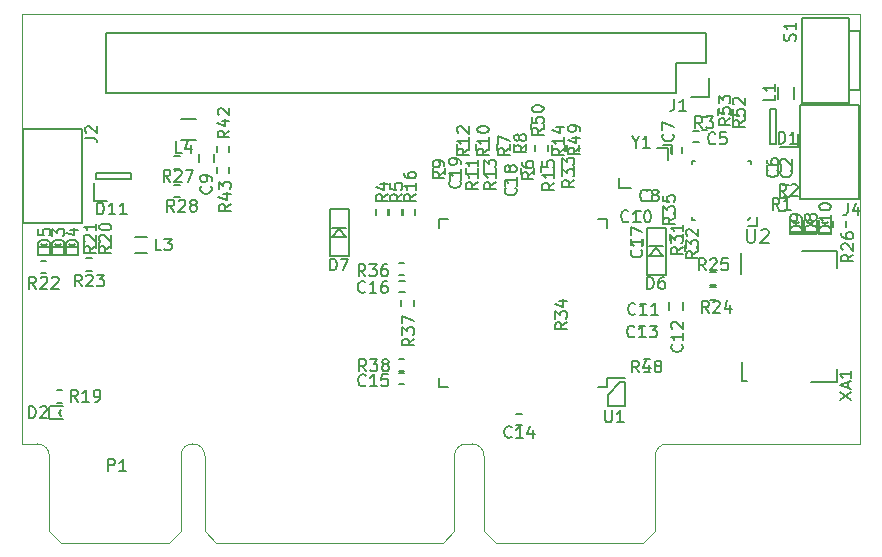
<source format=gbr>
G04 #@! TF.FileFunction,Legend,Top*
%FSLAX46Y46*%
G04 Gerber Fmt 4.6, Leading zero omitted, Abs format (unit mm)*
G04 Created by KiCad (PCBNEW 4.0.7) date 09/09/17 19:36:50*
%MOMM*%
%LPD*%
G01*
G04 APERTURE LIST*
%ADD10C,0.100000*%
%ADD11C,0.150000*%
G04 APERTURE END LIST*
D10*
X86767232Y-135759051D02*
X86767232Y-135359051D01*
X97917232Y-135359051D02*
X97917232Y-135759051D01*
X96917232Y-136759051D02*
X87767232Y-136759051D01*
X96917232Y-136759051D02*
X97917232Y-135759051D01*
X86767232Y-135759051D02*
X87767232Y-136759051D01*
X155417232Y-91959051D02*
X155417232Y-128359051D01*
X84417232Y-128359051D02*
X84417232Y-91959051D01*
X84417232Y-91959051D02*
X155417232Y-91959051D01*
X121067232Y-129359051D02*
X121067232Y-135359051D01*
X121067232Y-129359051D02*
G75*
G02X122067232Y-128359051I1000000J0D01*
G01*
X122567232Y-128359051D02*
X122067232Y-128359051D01*
X122567232Y-128359051D02*
G75*
G02X123567232Y-129359051I0J-1000000D01*
G01*
X123567232Y-135359051D02*
X123567232Y-129359051D01*
X138067232Y-129359051D02*
X138067232Y-135359051D01*
X138067232Y-129359051D02*
G75*
G02X139067232Y-128359051I1000000J0D01*
G01*
X155417232Y-128359051D02*
X139067232Y-128359051D01*
X85767232Y-128359051D02*
X84417232Y-128359051D01*
X85767232Y-128359051D02*
G75*
G02X86767232Y-129359051I0J-1000000D01*
G01*
X86767232Y-135359051D02*
X86767232Y-129359051D01*
X97917232Y-129359051D02*
X97917232Y-135359051D01*
X97917232Y-129359051D02*
G75*
G02X99917232Y-129359051I1000000J0D01*
G01*
X99917232Y-135359051D02*
X99917232Y-129359051D01*
X137067232Y-136759051D02*
X124567232Y-136759051D01*
X137067232Y-136759051D02*
X138067232Y-135759051D01*
X138067232Y-135359051D02*
X138067232Y-135759051D01*
X123567232Y-135759051D02*
X123567232Y-135359051D01*
X123567232Y-135759051D02*
X124567232Y-136759051D01*
X120067232Y-136759051D02*
X100917232Y-136759051D01*
X120067232Y-136759051D02*
X121067232Y-135759051D01*
X121067232Y-135359051D02*
X121067232Y-135759051D01*
X99917232Y-135759051D02*
X99917232Y-135359051D01*
X99917232Y-135759051D02*
X100917232Y-136759051D01*
D11*
X141278000Y-102837000D02*
X141778000Y-102837000D01*
X141778000Y-101887000D02*
X141278000Y-101887000D01*
X146687000Y-109134000D02*
X146687000Y-109934000D01*
X146687000Y-109934000D02*
X145887000Y-109934000D01*
X146187000Y-109184000D02*
X145937000Y-109434000D01*
X141437000Y-109434000D02*
X141187000Y-109434000D01*
X141187000Y-109434000D02*
X141187000Y-109184000D01*
X145937000Y-104434000D02*
X146187000Y-104434000D01*
X146187000Y-104434000D02*
X146187000Y-104684000D01*
X141437000Y-104434000D02*
X141187000Y-104434000D01*
X141187000Y-104434000D02*
X141187000Y-104684000D01*
X129475000Y-105300000D02*
X129475000Y-104800000D01*
X128425000Y-104800000D02*
X128425000Y-105300000D01*
X97291000Y-105046000D02*
X97791000Y-105046000D01*
X97791000Y-103996000D02*
X97291000Y-103996000D01*
X153427800Y-122052800D02*
X153427800Y-123152800D01*
X153427800Y-123152800D02*
X151227800Y-123152800D01*
X150527800Y-112052800D02*
X153427800Y-112052800D01*
X153427800Y-112052800D02*
X153427800Y-113452800D01*
X145327800Y-113952800D02*
X145327800Y-112152800D01*
X145827800Y-123052800D02*
X145427800Y-123052800D01*
X145427800Y-123052800D02*
X145427800Y-121452800D01*
X127144000Y-103501000D02*
X127144000Y-103001000D01*
X126094000Y-103001000D02*
X126094000Y-103501000D01*
X143190000Y-115105000D02*
X142690000Y-115105000D01*
X142690000Y-116155000D02*
X143190000Y-116155000D01*
X125382000Y-106049000D02*
X125382000Y-106549000D01*
X126332000Y-106549000D02*
X126332000Y-106049000D01*
X139402000Y-103255000D02*
X139402000Y-103755000D01*
X140352000Y-103755000D02*
X140352000Y-103255000D01*
X137714000Y-106840000D02*
X137214000Y-106840000D01*
X137214000Y-107790000D02*
X137714000Y-107790000D01*
X100676000Y-103790000D02*
X100676000Y-104490000D01*
X99476000Y-104490000D02*
X99476000Y-103790000D01*
X126292800Y-126763800D02*
X126792800Y-126763800D01*
X126792800Y-125813800D02*
X126292800Y-125813800D01*
X116361400Y-115511600D02*
X116861400Y-115511600D01*
X116861400Y-114561600D02*
X116361400Y-114561600D01*
X147530000Y-104779000D02*
X147530000Y-105279000D01*
X148480000Y-105279000D02*
X148480000Y-104779000D01*
X148435000Y-99170000D02*
X148435000Y-98170000D01*
X149785000Y-98170000D02*
X149785000Y-99170000D01*
X95030000Y-112155000D02*
X94030000Y-112155000D01*
X94030000Y-110805000D02*
X95030000Y-110805000D01*
X97952000Y-100852000D02*
X99152000Y-100852000D01*
X99152000Y-102602000D02*
X97952000Y-102602000D01*
X148517000Y-108602000D02*
X149017000Y-108602000D01*
X149017000Y-107552000D02*
X148517000Y-107552000D01*
X149398000Y-106409000D02*
X148898000Y-106409000D01*
X148898000Y-107459000D02*
X149398000Y-107459000D01*
X115460000Y-108962000D02*
X115460000Y-108462000D01*
X114410000Y-108462000D02*
X114410000Y-108962000D01*
X116603000Y-108962000D02*
X116603000Y-108462000D01*
X115553000Y-108462000D02*
X115553000Y-108962000D01*
X97791000Y-106409000D02*
X97291000Y-106409000D01*
X97291000Y-107459000D02*
X97791000Y-107459000D01*
X101998000Y-103628000D02*
X101998000Y-103128000D01*
X100948000Y-103128000D02*
X100948000Y-103628000D01*
X101998000Y-105406000D02*
X101998000Y-104906000D01*
X100948000Y-104906000D02*
X100948000Y-105406000D01*
X141990000Y-101744000D02*
X142490000Y-101744000D01*
X142490000Y-100694000D02*
X141990000Y-100694000D01*
X127779000Y-105533000D02*
X127779000Y-105033000D01*
X126729000Y-105033000D02*
X126729000Y-105533000D01*
X125747000Y-103501000D02*
X125747000Y-103001000D01*
X124697000Y-103001000D02*
X124697000Y-103501000D01*
X123969000Y-103501000D02*
X123969000Y-103001000D01*
X122919000Y-103001000D02*
X122919000Y-103501000D01*
X123080000Y-105533000D02*
X123080000Y-105033000D01*
X122030000Y-105033000D02*
X122030000Y-105533000D01*
X122318000Y-103501000D02*
X122318000Y-103001000D01*
X121268000Y-103001000D02*
X121268000Y-103501000D01*
X124604000Y-105533000D02*
X124604000Y-105033000D01*
X123554000Y-105033000D02*
X123554000Y-105533000D01*
X116336000Y-114063000D02*
X116836000Y-114063000D01*
X116836000Y-113013000D02*
X116336000Y-113013000D01*
X140402000Y-111121000D02*
X140402000Y-110621000D01*
X139352000Y-110621000D02*
X139352000Y-111121000D01*
X141672000Y-112010000D02*
X141672000Y-111510000D01*
X140622000Y-111510000D02*
X140622000Y-112010000D01*
X131225000Y-105330000D02*
X131225000Y-104830000D01*
X130175000Y-104830000D02*
X130175000Y-105330000D01*
X128955000Y-103550000D02*
X128955000Y-103050000D01*
X127905000Y-103050000D02*
X127905000Y-103550000D01*
X139767000Y-109241400D02*
X139767000Y-108741400D01*
X138717000Y-108741400D02*
X138717000Y-109241400D01*
X117619000Y-116709000D02*
X117619000Y-116209000D01*
X116569000Y-116209000D02*
X116569000Y-116709000D01*
X139483000Y-103829000D02*
X139483000Y-103029000D01*
X139483000Y-103029000D02*
X138683000Y-103029000D01*
X135983000Y-106729000D02*
X134983000Y-106729000D01*
X134983000Y-106729000D02*
X134983000Y-105829000D01*
X139183000Y-104329000D02*
X139183000Y-103329000D01*
X139183000Y-103329000D02*
X138183000Y-103329000D01*
X154474080Y-93411040D02*
X155374080Y-93411040D01*
X155374080Y-93411040D02*
X155374080Y-98411040D01*
X155374080Y-98411040D02*
X154474080Y-98411040D01*
X154474080Y-92311040D02*
X150474080Y-92311040D01*
X150474080Y-92311040D02*
X150474080Y-99511040D01*
X150474080Y-99511040D02*
X154474080Y-99511040D01*
X154474080Y-99511040D02*
X154474080Y-92311040D01*
X148673000Y-104779000D02*
X148673000Y-105279000D01*
X149623000Y-105279000D02*
X149623000Y-104779000D01*
X120286000Y-105533000D02*
X120286000Y-105033000D01*
X119236000Y-105033000D02*
X119236000Y-105533000D01*
X117746000Y-108962000D02*
X117746000Y-108462000D01*
X116696000Y-108462000D02*
X116696000Y-108962000D01*
X90975000Y-111250000D02*
X90975000Y-111750000D01*
X92025000Y-111750000D02*
X92025000Y-111250000D01*
X89675000Y-111250000D02*
X89675000Y-111750000D01*
X90725000Y-111750000D02*
X90725000Y-111250000D01*
X86020000Y-113925000D02*
X86520000Y-113925000D01*
X86520000Y-112875000D02*
X86020000Y-112875000D01*
X143180000Y-113825000D02*
X142680000Y-113825000D01*
X142680000Y-114875000D02*
X143180000Y-114875000D01*
X154185000Y-109980000D02*
X154185000Y-109480000D01*
X153135000Y-109480000D02*
X153135000Y-109980000D01*
X137283000Y-116492000D02*
X136783000Y-116492000D01*
X136783000Y-117442000D02*
X137283000Y-117442000D01*
X136876600Y-108605300D02*
X136376600Y-108605300D01*
X136376600Y-109555300D02*
X136876600Y-109555300D01*
X140410000Y-116320000D02*
X140410000Y-117020000D01*
X139210000Y-117020000D02*
X139210000Y-116320000D01*
X137206800Y-118346200D02*
X136706800Y-118346200D01*
X136706800Y-119296200D02*
X137206800Y-119296200D01*
X116336000Y-123284000D02*
X116836000Y-123284000D01*
X116836000Y-122334000D02*
X116336000Y-122334000D01*
X136050000Y-111002000D02*
X136050000Y-111502000D01*
X137000000Y-111502000D02*
X137000000Y-111002000D01*
X120683000Y-105541000D02*
X120683000Y-106041000D01*
X121633000Y-106041000D02*
X121633000Y-105541000D01*
X138737900Y-111639400D02*
X137537900Y-111639400D01*
X138737900Y-112439400D02*
X137537900Y-112439400D01*
X137537900Y-112439400D02*
X138137900Y-111739400D01*
X138137900Y-111739400D02*
X138737900Y-112439400D01*
X138937900Y-114039400D02*
X138937900Y-110039400D01*
X138937900Y-110039400D02*
X137337900Y-110039400D01*
X137337900Y-110039400D02*
X137337900Y-114039400D01*
X137337900Y-114039400D02*
X138937900Y-114039400D01*
X111915500Y-110051900D02*
X110715500Y-110051900D01*
X111915500Y-110851900D02*
X110715500Y-110851900D01*
X110715500Y-110851900D02*
X111315500Y-110151900D01*
X111315500Y-110151900D02*
X111915500Y-110851900D01*
X112115500Y-112451900D02*
X112115500Y-108451900D01*
X112115500Y-108451900D02*
X110515500Y-108451900D01*
X110515500Y-108451900D02*
X110515500Y-112451900D01*
X110515500Y-112451900D02*
X112115500Y-112451900D01*
X130415000Y-103530000D02*
X130415000Y-103030000D01*
X129365000Y-103030000D02*
X129365000Y-103530000D01*
X87880000Y-123808000D02*
X87380000Y-123808000D01*
X87380000Y-124858000D02*
X87880000Y-124858000D01*
X89894600Y-113682000D02*
X90394600Y-113682000D01*
X90394600Y-112632000D02*
X89894600Y-112632000D01*
X116336000Y-122191000D02*
X116836000Y-122191000D01*
X116836000Y-121141000D02*
X116336000Y-121141000D01*
X137113200Y-122241800D02*
X137613200Y-122241800D01*
X137613200Y-121191800D02*
X137113200Y-121191800D01*
X89534000Y-101664000D02*
X89534000Y-109664000D01*
X89534000Y-109664000D02*
X84534000Y-109664000D01*
X84534000Y-109664000D02*
X84534000Y-101664000D01*
X84534000Y-101664000D02*
X89534000Y-101664000D01*
X150324940Y-107657400D02*
X150324940Y-99657400D01*
X150324940Y-99657400D02*
X155324940Y-99657400D01*
X155324940Y-99657400D02*
X155324940Y-107657400D01*
X155324940Y-107657400D02*
X150324940Y-107657400D01*
X142331440Y-93591380D02*
X91531440Y-93591380D01*
X139791440Y-98671380D02*
X91531440Y-98671380D01*
X91531440Y-93591380D02*
X91531440Y-98671380D01*
X142331440Y-93591380D02*
X142331440Y-96131380D01*
X141061440Y-98951380D02*
X142611440Y-98951380D01*
X142331440Y-96131380D02*
X139791440Y-96131380D01*
X139791440Y-96131380D02*
X139791440Y-98671380D01*
X142611440Y-98951380D02*
X142611440Y-97401380D01*
X131645000Y-103540000D02*
X131645000Y-103040000D01*
X130595000Y-103040000D02*
X130595000Y-103540000D01*
X128625000Y-101730000D02*
X128625000Y-101230000D01*
X127575000Y-101230000D02*
X127575000Y-101730000D01*
X145675000Y-100910000D02*
X145675000Y-100410000D01*
X144625000Y-100410000D02*
X144625000Y-100910000D01*
X144445000Y-100500000D02*
X144445000Y-100000000D01*
X143395000Y-100000000D02*
X143395000Y-100500000D01*
X86760400Y-125204600D02*
X86760400Y-126204600D01*
X87560400Y-125704600D02*
X87760400Y-125954600D01*
X87760400Y-125454600D02*
X87560400Y-125704600D01*
X87910400Y-125179600D02*
X86860400Y-125179600D01*
X87910400Y-126229600D02*
X86860400Y-126229600D01*
X87000000Y-112400000D02*
X88000000Y-112400000D01*
X87500000Y-111600000D02*
X87750000Y-111400000D01*
X87250000Y-111400000D02*
X87500000Y-111600000D01*
X86975000Y-111250000D02*
X86975000Y-112300000D01*
X88025000Y-111250000D02*
X88025000Y-112300000D01*
X88200000Y-112400000D02*
X89200000Y-112400000D01*
X88700000Y-111600000D02*
X88950000Y-111400000D01*
X88450000Y-111400000D02*
X88700000Y-111600000D01*
X88175000Y-111250000D02*
X88175000Y-112300000D01*
X89225000Y-111250000D02*
X89225000Y-112300000D01*
X85800000Y-112400000D02*
X86800000Y-112400000D01*
X86300000Y-111600000D02*
X86550000Y-111400000D01*
X86050000Y-111400000D02*
X86300000Y-111600000D01*
X85775000Y-111250000D02*
X85775000Y-112300000D01*
X86825000Y-111250000D02*
X86825000Y-112300000D01*
X150700000Y-110560000D02*
X151700000Y-110560000D01*
X151200000Y-109760000D02*
X151450000Y-109560000D01*
X150950000Y-109560000D02*
X151200000Y-109760000D01*
X150675000Y-109410000D02*
X150675000Y-110460000D01*
X151725000Y-109410000D02*
X151725000Y-110460000D01*
X149470000Y-110560000D02*
X150470000Y-110560000D01*
X149970000Y-109760000D02*
X150220000Y-109560000D01*
X149720000Y-109560000D02*
X149970000Y-109760000D01*
X149445000Y-109410000D02*
X149445000Y-110460000D01*
X150495000Y-109410000D02*
X150495000Y-110460000D01*
X151940000Y-110560000D02*
X152940000Y-110560000D01*
X152440000Y-109760000D02*
X152690000Y-109560000D01*
X152190000Y-109560000D02*
X152440000Y-109760000D01*
X151915000Y-109410000D02*
X151915000Y-110460000D01*
X152965000Y-109410000D02*
X152965000Y-110460000D01*
X148660000Y-103180000D02*
X150160000Y-103180000D01*
X150160000Y-103180000D02*
X150160000Y-102080000D01*
X147810000Y-102930000D02*
X148310000Y-102930000D01*
X147810000Y-100030000D02*
X147810000Y-102930000D01*
X148310000Y-100030000D02*
X147810000Y-100030000D01*
X148310000Y-102930000D02*
X148310000Y-100030000D01*
X90507000Y-106264000D02*
X90507000Y-107764000D01*
X90507000Y-107764000D02*
X91607000Y-107764000D01*
X90757000Y-105414000D02*
X90757000Y-105914000D01*
X93657000Y-105414000D02*
X90757000Y-105414000D01*
X93657000Y-105914000D02*
X93657000Y-105414000D01*
X90757000Y-105914000D02*
X93657000Y-105914000D01*
X134073000Y-124233600D02*
X134073000Y-125133600D01*
X134073000Y-125133600D02*
X135473000Y-125133600D01*
X135473000Y-123133600D02*
X135473000Y-125133600D01*
X134073000Y-124233600D02*
X135073000Y-123133600D01*
X135073000Y-123133600D02*
X135473000Y-123133600D01*
X133998000Y-123558600D02*
X133998000Y-122798600D01*
X119748000Y-123558600D02*
X119748000Y-122798600D01*
X119748000Y-109308600D02*
X119748000Y-110068600D01*
X133998000Y-109308600D02*
X133998000Y-110068600D01*
X133998000Y-123558600D02*
X133238000Y-123558600D01*
X133998000Y-109308600D02*
X133238000Y-109308600D01*
X119748000Y-109308600D02*
X120508000Y-109308600D01*
X119748000Y-123558600D02*
X120508000Y-123558600D01*
X133998000Y-122798600D02*
X135523000Y-122798600D01*
X143153334Y-102887143D02*
X143105715Y-102934762D01*
X142962858Y-102982381D01*
X142867620Y-102982381D01*
X142724762Y-102934762D01*
X142629524Y-102839524D01*
X142581905Y-102744286D01*
X142534286Y-102553810D01*
X142534286Y-102410952D01*
X142581905Y-102220476D01*
X142629524Y-102125238D01*
X142724762Y-102030000D01*
X142867620Y-101982381D01*
X142962858Y-101982381D01*
X143105715Y-102030000D01*
X143153334Y-102077619D01*
X144058096Y-101982381D02*
X143581905Y-101982381D01*
X143534286Y-102458571D01*
X143581905Y-102410952D01*
X143677143Y-102363333D01*
X143915239Y-102363333D01*
X144010477Y-102410952D01*
X144058096Y-102458571D01*
X144105715Y-102553810D01*
X144105715Y-102791905D01*
X144058096Y-102887143D01*
X144010477Y-102934762D01*
X143915239Y-102982381D01*
X143677143Y-102982381D01*
X143581905Y-102934762D01*
X143534286Y-102887143D01*
X145824054Y-110157977D02*
X145824054Y-111129406D01*
X145881197Y-111243691D01*
X145938340Y-111300834D01*
X146052626Y-111357977D01*
X146281197Y-111357977D01*
X146395483Y-111300834D01*
X146452626Y-111243691D01*
X146509769Y-111129406D01*
X146509769Y-110157977D01*
X147024054Y-110272263D02*
X147081197Y-110215120D01*
X147195483Y-110157977D01*
X147481197Y-110157977D01*
X147595483Y-110215120D01*
X147652626Y-110272263D01*
X147709769Y-110386549D01*
X147709769Y-110500834D01*
X147652626Y-110672263D01*
X146966912Y-111357977D01*
X147709769Y-111357977D01*
X129512381Y-106252857D02*
X129036190Y-106586191D01*
X129512381Y-106824286D02*
X128512381Y-106824286D01*
X128512381Y-106443333D01*
X128560000Y-106348095D01*
X128607619Y-106300476D01*
X128702857Y-106252857D01*
X128845714Y-106252857D01*
X128940952Y-106300476D01*
X128988571Y-106348095D01*
X129036190Y-106443333D01*
X129036190Y-106824286D01*
X129512381Y-105300476D02*
X129512381Y-105871905D01*
X129512381Y-105586191D02*
X128512381Y-105586191D01*
X128655238Y-105681429D01*
X128750476Y-105776667D01*
X128798095Y-105871905D01*
X128512381Y-104395714D02*
X128512381Y-104871905D01*
X128988571Y-104919524D01*
X128940952Y-104871905D01*
X128893333Y-104776667D01*
X128893333Y-104538571D01*
X128940952Y-104443333D01*
X128988571Y-104395714D01*
X129083810Y-104348095D01*
X129321905Y-104348095D01*
X129417143Y-104395714D01*
X129464762Y-104443333D01*
X129512381Y-104538571D01*
X129512381Y-104776667D01*
X129464762Y-104871905D01*
X129417143Y-104919524D01*
X97337143Y-108692381D02*
X97003809Y-108216190D01*
X96765714Y-108692381D02*
X96765714Y-107692381D01*
X97146667Y-107692381D01*
X97241905Y-107740000D01*
X97289524Y-107787619D01*
X97337143Y-107882857D01*
X97337143Y-108025714D01*
X97289524Y-108120952D01*
X97241905Y-108168571D01*
X97146667Y-108216190D01*
X96765714Y-108216190D01*
X97718095Y-107787619D02*
X97765714Y-107740000D01*
X97860952Y-107692381D01*
X98099048Y-107692381D01*
X98194286Y-107740000D01*
X98241905Y-107787619D01*
X98289524Y-107882857D01*
X98289524Y-107978095D01*
X98241905Y-108120952D01*
X97670476Y-108692381D01*
X98289524Y-108692381D01*
X98860952Y-108120952D02*
X98765714Y-108073333D01*
X98718095Y-108025714D01*
X98670476Y-107930476D01*
X98670476Y-107882857D01*
X98718095Y-107787619D01*
X98765714Y-107740000D01*
X98860952Y-107692381D01*
X99051429Y-107692381D01*
X99146667Y-107740000D01*
X99194286Y-107787619D01*
X99241905Y-107882857D01*
X99241905Y-107930476D01*
X99194286Y-108025714D01*
X99146667Y-108073333D01*
X99051429Y-108120952D01*
X98860952Y-108120952D01*
X98765714Y-108168571D01*
X98718095Y-108216190D01*
X98670476Y-108311429D01*
X98670476Y-108501905D01*
X98718095Y-108597143D01*
X98765714Y-108644762D01*
X98860952Y-108692381D01*
X99051429Y-108692381D01*
X99146667Y-108644762D01*
X99194286Y-108597143D01*
X99241905Y-108501905D01*
X99241905Y-108311429D01*
X99194286Y-108216190D01*
X99146667Y-108168571D01*
X99051429Y-108120952D01*
X153681181Y-124621135D02*
X154681181Y-123954468D01*
X153681181Y-123954468D02*
X154681181Y-124621135D01*
X154395467Y-123621135D02*
X154395467Y-123144944D01*
X154681181Y-123716373D02*
X153681181Y-123383040D01*
X154681181Y-123049706D01*
X154681181Y-122192563D02*
X154681181Y-122763992D01*
X154681181Y-122478278D02*
X153681181Y-122478278D01*
X153824038Y-122573516D01*
X153919276Y-122668754D01*
X153966895Y-122763992D01*
X127142381Y-103066666D02*
X126666190Y-103400000D01*
X127142381Y-103638095D02*
X126142381Y-103638095D01*
X126142381Y-103257142D01*
X126190000Y-103161904D01*
X126237619Y-103114285D01*
X126332857Y-103066666D01*
X126475714Y-103066666D01*
X126570952Y-103114285D01*
X126618571Y-103161904D01*
X126666190Y-103257142D01*
X126666190Y-103638095D01*
X126570952Y-102495238D02*
X126523333Y-102590476D01*
X126475714Y-102638095D01*
X126380476Y-102685714D01*
X126332857Y-102685714D01*
X126237619Y-102638095D01*
X126190000Y-102590476D01*
X126142381Y-102495238D01*
X126142381Y-102304761D01*
X126190000Y-102209523D01*
X126237619Y-102161904D01*
X126332857Y-102114285D01*
X126380476Y-102114285D01*
X126475714Y-102161904D01*
X126523333Y-102209523D01*
X126570952Y-102304761D01*
X126570952Y-102495238D01*
X126618571Y-102590476D01*
X126666190Y-102638095D01*
X126761429Y-102685714D01*
X126951905Y-102685714D01*
X127047143Y-102638095D01*
X127094762Y-102590476D01*
X127142381Y-102495238D01*
X127142381Y-102304761D01*
X127094762Y-102209523D01*
X127047143Y-102161904D01*
X126951905Y-102114285D01*
X126761429Y-102114285D01*
X126666190Y-102161904D01*
X126618571Y-102209523D01*
X126570952Y-102304761D01*
X142597143Y-117252381D02*
X142263809Y-116776190D01*
X142025714Y-117252381D02*
X142025714Y-116252381D01*
X142406667Y-116252381D01*
X142501905Y-116300000D01*
X142549524Y-116347619D01*
X142597143Y-116442857D01*
X142597143Y-116585714D01*
X142549524Y-116680952D01*
X142501905Y-116728571D01*
X142406667Y-116776190D01*
X142025714Y-116776190D01*
X142978095Y-116347619D02*
X143025714Y-116300000D01*
X143120952Y-116252381D01*
X143359048Y-116252381D01*
X143454286Y-116300000D01*
X143501905Y-116347619D01*
X143549524Y-116442857D01*
X143549524Y-116538095D01*
X143501905Y-116680952D01*
X142930476Y-117252381D01*
X143549524Y-117252381D01*
X144406667Y-116585714D02*
X144406667Y-117252381D01*
X144168571Y-116204762D02*
X143930476Y-116919048D01*
X144549524Y-116919048D01*
X126227143Y-106682857D02*
X126274762Y-106730476D01*
X126322381Y-106873333D01*
X126322381Y-106968571D01*
X126274762Y-107111429D01*
X126179524Y-107206667D01*
X126084286Y-107254286D01*
X125893810Y-107301905D01*
X125750952Y-107301905D01*
X125560476Y-107254286D01*
X125465238Y-107206667D01*
X125370000Y-107111429D01*
X125322381Y-106968571D01*
X125322381Y-106873333D01*
X125370000Y-106730476D01*
X125417619Y-106682857D01*
X126322381Y-105730476D02*
X126322381Y-106301905D01*
X126322381Y-106016191D02*
X125322381Y-106016191D01*
X125465238Y-106111429D01*
X125560476Y-106206667D01*
X125608095Y-106301905D01*
X125750952Y-105159048D02*
X125703333Y-105254286D01*
X125655714Y-105301905D01*
X125560476Y-105349524D01*
X125512857Y-105349524D01*
X125417619Y-105301905D01*
X125370000Y-105254286D01*
X125322381Y-105159048D01*
X125322381Y-104968571D01*
X125370000Y-104873333D01*
X125417619Y-104825714D01*
X125512857Y-104778095D01*
X125560476Y-104778095D01*
X125655714Y-104825714D01*
X125703333Y-104873333D01*
X125750952Y-104968571D01*
X125750952Y-105159048D01*
X125798571Y-105254286D01*
X125846190Y-105301905D01*
X125941429Y-105349524D01*
X126131905Y-105349524D01*
X126227143Y-105301905D01*
X126274762Y-105254286D01*
X126322381Y-105159048D01*
X126322381Y-104968571D01*
X126274762Y-104873333D01*
X126227143Y-104825714D01*
X126131905Y-104778095D01*
X125941429Y-104778095D01*
X125846190Y-104825714D01*
X125798571Y-104873333D01*
X125750952Y-104968571D01*
X139557143Y-102116666D02*
X139604762Y-102164285D01*
X139652381Y-102307142D01*
X139652381Y-102402380D01*
X139604762Y-102545238D01*
X139509524Y-102640476D01*
X139414286Y-102688095D01*
X139223810Y-102735714D01*
X139080952Y-102735714D01*
X138890476Y-102688095D01*
X138795238Y-102640476D01*
X138700000Y-102545238D01*
X138652381Y-102402380D01*
X138652381Y-102307142D01*
X138700000Y-102164285D01*
X138747619Y-102116666D01*
X138652381Y-101783333D02*
X138652381Y-101116666D01*
X139652381Y-101545238D01*
X137393334Y-107727143D02*
X137345715Y-107774762D01*
X137202858Y-107822381D01*
X137107620Y-107822381D01*
X136964762Y-107774762D01*
X136869524Y-107679524D01*
X136821905Y-107584286D01*
X136774286Y-107393810D01*
X136774286Y-107250952D01*
X136821905Y-107060476D01*
X136869524Y-106965238D01*
X136964762Y-106870000D01*
X137107620Y-106822381D01*
X137202858Y-106822381D01*
X137345715Y-106870000D01*
X137393334Y-106917619D01*
X137964762Y-107250952D02*
X137869524Y-107203333D01*
X137821905Y-107155714D01*
X137774286Y-107060476D01*
X137774286Y-107012857D01*
X137821905Y-106917619D01*
X137869524Y-106870000D01*
X137964762Y-106822381D01*
X138155239Y-106822381D01*
X138250477Y-106870000D01*
X138298096Y-106917619D01*
X138345715Y-107012857D01*
X138345715Y-107060476D01*
X138298096Y-107155714D01*
X138250477Y-107203333D01*
X138155239Y-107250952D01*
X137964762Y-107250952D01*
X137869524Y-107298571D01*
X137821905Y-107346190D01*
X137774286Y-107441429D01*
X137774286Y-107631905D01*
X137821905Y-107727143D01*
X137869524Y-107774762D01*
X137964762Y-107822381D01*
X138155239Y-107822381D01*
X138250477Y-107774762D01*
X138298096Y-107727143D01*
X138345715Y-107631905D01*
X138345715Y-107441429D01*
X138298096Y-107346190D01*
X138250477Y-107298571D01*
X138155239Y-107250952D01*
X100422983Y-106541866D02*
X100470602Y-106589485D01*
X100518221Y-106732342D01*
X100518221Y-106827580D01*
X100470602Y-106970438D01*
X100375364Y-107065676D01*
X100280126Y-107113295D01*
X100089650Y-107160914D01*
X99946792Y-107160914D01*
X99756316Y-107113295D01*
X99661078Y-107065676D01*
X99565840Y-106970438D01*
X99518221Y-106827580D01*
X99518221Y-106732342D01*
X99565840Y-106589485D01*
X99613459Y-106541866D01*
X100518221Y-106065676D02*
X100518221Y-105875200D01*
X100470602Y-105779961D01*
X100422983Y-105732342D01*
X100280126Y-105637104D01*
X100089650Y-105589485D01*
X99708697Y-105589485D01*
X99613459Y-105637104D01*
X99565840Y-105684723D01*
X99518221Y-105779961D01*
X99518221Y-105970438D01*
X99565840Y-106065676D01*
X99613459Y-106113295D01*
X99708697Y-106160914D01*
X99946792Y-106160914D01*
X100042030Y-106113295D01*
X100089650Y-106065676D01*
X100137269Y-105970438D01*
X100137269Y-105779961D01*
X100089650Y-105684723D01*
X100042030Y-105637104D01*
X99946792Y-105589485D01*
X125910103Y-127763543D02*
X125862484Y-127811162D01*
X125719627Y-127858781D01*
X125624389Y-127858781D01*
X125481531Y-127811162D01*
X125386293Y-127715924D01*
X125338674Y-127620686D01*
X125291055Y-127430210D01*
X125291055Y-127287352D01*
X125338674Y-127096876D01*
X125386293Y-127001638D01*
X125481531Y-126906400D01*
X125624389Y-126858781D01*
X125719627Y-126858781D01*
X125862484Y-126906400D01*
X125910103Y-126954019D01*
X126862484Y-127858781D02*
X126291055Y-127858781D01*
X126576769Y-127858781D02*
X126576769Y-126858781D01*
X126481531Y-127001638D01*
X126386293Y-127096876D01*
X126291055Y-127144495D01*
X127719627Y-127192114D02*
X127719627Y-127858781D01*
X127481531Y-126811162D02*
X127243436Y-127525448D01*
X127862484Y-127525448D01*
X113509823Y-115469943D02*
X113462204Y-115517562D01*
X113319347Y-115565181D01*
X113224109Y-115565181D01*
X113081251Y-115517562D01*
X112986013Y-115422324D01*
X112938394Y-115327086D01*
X112890775Y-115136610D01*
X112890775Y-114993752D01*
X112938394Y-114803276D01*
X112986013Y-114708038D01*
X113081251Y-114612800D01*
X113224109Y-114565181D01*
X113319347Y-114565181D01*
X113462204Y-114612800D01*
X113509823Y-114660419D01*
X114462204Y-115565181D02*
X113890775Y-115565181D01*
X114176489Y-115565181D02*
X114176489Y-114565181D01*
X114081251Y-114708038D01*
X113986013Y-114803276D01*
X113890775Y-114850895D01*
X115319347Y-114565181D02*
X115128870Y-114565181D01*
X115033632Y-114612800D01*
X114986013Y-114660419D01*
X114890775Y-114803276D01*
X114843156Y-114993752D01*
X114843156Y-115374705D01*
X114890775Y-115469943D01*
X114938394Y-115517562D01*
X115033632Y-115565181D01*
X115224109Y-115565181D01*
X115319347Y-115517562D01*
X115366966Y-115469943D01*
X115414585Y-115374705D01*
X115414585Y-115136610D01*
X115366966Y-115041371D01*
X115319347Y-114993752D01*
X115224109Y-114946133D01*
X115033632Y-114946133D01*
X114938394Y-114993752D01*
X114890775Y-115041371D01*
X114843156Y-115136610D01*
X148397143Y-105136666D02*
X148444762Y-105184285D01*
X148492381Y-105327142D01*
X148492381Y-105422380D01*
X148444762Y-105565238D01*
X148349524Y-105660476D01*
X148254286Y-105708095D01*
X148063810Y-105755714D01*
X147920952Y-105755714D01*
X147730476Y-105708095D01*
X147635238Y-105660476D01*
X147540000Y-105565238D01*
X147492381Y-105422380D01*
X147492381Y-105327142D01*
X147540000Y-105184285D01*
X147587619Y-105136666D01*
X147492381Y-104279523D02*
X147492381Y-104470000D01*
X147540000Y-104565238D01*
X147587619Y-104612857D01*
X147730476Y-104708095D01*
X147920952Y-104755714D01*
X148301905Y-104755714D01*
X148397143Y-104708095D01*
X148444762Y-104660476D01*
X148492381Y-104565238D01*
X148492381Y-104374761D01*
X148444762Y-104279523D01*
X148397143Y-104231904D01*
X148301905Y-104184285D01*
X148063810Y-104184285D01*
X147968571Y-104231904D01*
X147920952Y-104279523D01*
X147873333Y-104374761D01*
X147873333Y-104565238D01*
X147920952Y-104660476D01*
X147968571Y-104708095D01*
X148063810Y-104755714D01*
X148226341Y-98774906D02*
X148226341Y-99251097D01*
X147226341Y-99251097D01*
X148226341Y-97917763D02*
X148226341Y-98489192D01*
X148226341Y-98203478D02*
X147226341Y-98203478D01*
X147369198Y-98298716D01*
X147464436Y-98393954D01*
X147512055Y-98489192D01*
X96253334Y-111972381D02*
X95777143Y-111972381D01*
X95777143Y-110972381D01*
X96491429Y-110972381D02*
X97110477Y-110972381D01*
X96777143Y-111353333D01*
X96920001Y-111353333D01*
X97015239Y-111400952D01*
X97062858Y-111448571D01*
X97110477Y-111543810D01*
X97110477Y-111781905D01*
X97062858Y-111877143D01*
X97015239Y-111924762D01*
X96920001Y-111972381D01*
X96634286Y-111972381D01*
X96539048Y-111924762D01*
X96491429Y-111877143D01*
X97963694Y-103711001D02*
X97487503Y-103711001D01*
X97487503Y-102711001D01*
X98725599Y-103044334D02*
X98725599Y-103711001D01*
X98487503Y-102663382D02*
X98249408Y-103377668D01*
X98868456Y-103377668D01*
X148583334Y-108532381D02*
X148250000Y-108056190D01*
X148011905Y-108532381D02*
X148011905Y-107532381D01*
X148392858Y-107532381D01*
X148488096Y-107580000D01*
X148535715Y-107627619D01*
X148583334Y-107722857D01*
X148583334Y-107865714D01*
X148535715Y-107960952D01*
X148488096Y-108008571D01*
X148392858Y-108056190D01*
X148011905Y-108056190D01*
X149535715Y-108532381D02*
X148964286Y-108532381D01*
X149250000Y-108532381D02*
X149250000Y-107532381D01*
X149154762Y-107675238D01*
X149059524Y-107770476D01*
X148964286Y-107818095D01*
X149163334Y-107382381D02*
X148830000Y-106906190D01*
X148591905Y-107382381D02*
X148591905Y-106382381D01*
X148972858Y-106382381D01*
X149068096Y-106430000D01*
X149115715Y-106477619D01*
X149163334Y-106572857D01*
X149163334Y-106715714D01*
X149115715Y-106810952D01*
X149068096Y-106858571D01*
X148972858Y-106906190D01*
X148591905Y-106906190D01*
X149544286Y-106477619D02*
X149591905Y-106430000D01*
X149687143Y-106382381D01*
X149925239Y-106382381D01*
X150020477Y-106430000D01*
X150068096Y-106477619D01*
X150115715Y-106572857D01*
X150115715Y-106668095D01*
X150068096Y-106810952D01*
X149496667Y-107382381D01*
X150115715Y-107382381D01*
X115438181Y-107204806D02*
X114961990Y-107538140D01*
X115438181Y-107776235D02*
X114438181Y-107776235D01*
X114438181Y-107395282D01*
X114485800Y-107300044D01*
X114533419Y-107252425D01*
X114628657Y-107204806D01*
X114771514Y-107204806D01*
X114866752Y-107252425D01*
X114914371Y-107300044D01*
X114961990Y-107395282D01*
X114961990Y-107776235D01*
X114771514Y-106347663D02*
X115438181Y-106347663D01*
X114390562Y-106585759D02*
X115104848Y-106823854D01*
X115104848Y-106204806D01*
X116642141Y-107204806D02*
X116165950Y-107538140D01*
X116642141Y-107776235D02*
X115642141Y-107776235D01*
X115642141Y-107395282D01*
X115689760Y-107300044D01*
X115737379Y-107252425D01*
X115832617Y-107204806D01*
X115975474Y-107204806D01*
X116070712Y-107252425D01*
X116118331Y-107300044D01*
X116165950Y-107395282D01*
X116165950Y-107776235D01*
X115642141Y-106300044D02*
X115642141Y-106776235D01*
X116118331Y-106823854D01*
X116070712Y-106776235D01*
X116023093Y-106680997D01*
X116023093Y-106442901D01*
X116070712Y-106347663D01*
X116118331Y-106300044D01*
X116213570Y-106252425D01*
X116451665Y-106252425D01*
X116546903Y-106300044D01*
X116594522Y-106347663D01*
X116642141Y-106442901D01*
X116642141Y-106680997D01*
X116594522Y-106776235D01*
X116546903Y-106823854D01*
X97015063Y-106146861D02*
X96681729Y-105670670D01*
X96443634Y-106146861D02*
X96443634Y-105146861D01*
X96824587Y-105146861D01*
X96919825Y-105194480D01*
X96967444Y-105242099D01*
X97015063Y-105337337D01*
X97015063Y-105480194D01*
X96967444Y-105575432D01*
X96919825Y-105623051D01*
X96824587Y-105670670D01*
X96443634Y-105670670D01*
X97396015Y-105242099D02*
X97443634Y-105194480D01*
X97538872Y-105146861D01*
X97776968Y-105146861D01*
X97872206Y-105194480D01*
X97919825Y-105242099D01*
X97967444Y-105337337D01*
X97967444Y-105432575D01*
X97919825Y-105575432D01*
X97348396Y-106146861D01*
X97967444Y-106146861D01*
X98300777Y-105146861D02*
X98967444Y-105146861D01*
X98538872Y-106146861D01*
X102011741Y-101836457D02*
X101535550Y-102169791D01*
X102011741Y-102407886D02*
X101011741Y-102407886D01*
X101011741Y-102026933D01*
X101059360Y-101931695D01*
X101106979Y-101884076D01*
X101202217Y-101836457D01*
X101345074Y-101836457D01*
X101440312Y-101884076D01*
X101487931Y-101931695D01*
X101535550Y-102026933D01*
X101535550Y-102407886D01*
X101345074Y-100979314D02*
X102011741Y-100979314D01*
X100964122Y-101217410D02*
X101678408Y-101455505D01*
X101678408Y-100836457D01*
X101106979Y-100503124D02*
X101059360Y-100455505D01*
X101011741Y-100360267D01*
X101011741Y-100122171D01*
X101059360Y-100026933D01*
X101106979Y-99979314D01*
X101202217Y-99931695D01*
X101297455Y-99931695D01*
X101440312Y-99979314D01*
X102011741Y-100550743D01*
X102011741Y-99931695D01*
X102118421Y-108054377D02*
X101642230Y-108387711D01*
X102118421Y-108625806D02*
X101118421Y-108625806D01*
X101118421Y-108244853D01*
X101166040Y-108149615D01*
X101213659Y-108101996D01*
X101308897Y-108054377D01*
X101451754Y-108054377D01*
X101546992Y-108101996D01*
X101594611Y-108149615D01*
X101642230Y-108244853D01*
X101642230Y-108625806D01*
X101451754Y-107197234D02*
X102118421Y-107197234D01*
X101070802Y-107435330D02*
X101785088Y-107673425D01*
X101785088Y-107054377D01*
X101118421Y-106768663D02*
X101118421Y-106149615D01*
X101499373Y-106482949D01*
X101499373Y-106340091D01*
X101546992Y-106244853D01*
X101594611Y-106197234D01*
X101689850Y-106149615D01*
X101927945Y-106149615D01*
X102023183Y-106197234D01*
X102070802Y-106244853D01*
X102118421Y-106340091D01*
X102118421Y-106625806D01*
X102070802Y-106721044D01*
X102023183Y-106768663D01*
X142043334Y-101632381D02*
X141710000Y-101156190D01*
X141471905Y-101632381D02*
X141471905Y-100632381D01*
X141852858Y-100632381D01*
X141948096Y-100680000D01*
X141995715Y-100727619D01*
X142043334Y-100822857D01*
X142043334Y-100965714D01*
X141995715Y-101060952D01*
X141948096Y-101108571D01*
X141852858Y-101156190D01*
X141471905Y-101156190D01*
X142376667Y-100632381D02*
X142995715Y-100632381D01*
X142662381Y-101013333D01*
X142805239Y-101013333D01*
X142900477Y-101060952D01*
X142948096Y-101108571D01*
X142995715Y-101203810D01*
X142995715Y-101441905D01*
X142948096Y-101537143D01*
X142900477Y-101584762D01*
X142805239Y-101632381D01*
X142519524Y-101632381D01*
X142424286Y-101584762D01*
X142376667Y-101537143D01*
X127752381Y-105346666D02*
X127276190Y-105680000D01*
X127752381Y-105918095D02*
X126752381Y-105918095D01*
X126752381Y-105537142D01*
X126800000Y-105441904D01*
X126847619Y-105394285D01*
X126942857Y-105346666D01*
X127085714Y-105346666D01*
X127180952Y-105394285D01*
X127228571Y-105441904D01*
X127276190Y-105537142D01*
X127276190Y-105918095D01*
X126752381Y-104489523D02*
X126752381Y-104680000D01*
X126800000Y-104775238D01*
X126847619Y-104822857D01*
X126990476Y-104918095D01*
X127180952Y-104965714D01*
X127561905Y-104965714D01*
X127657143Y-104918095D01*
X127704762Y-104870476D01*
X127752381Y-104775238D01*
X127752381Y-104584761D01*
X127704762Y-104489523D01*
X127657143Y-104441904D01*
X127561905Y-104394285D01*
X127323810Y-104394285D01*
X127228571Y-104441904D01*
X127180952Y-104489523D01*
X127133333Y-104584761D01*
X127133333Y-104775238D01*
X127180952Y-104870476D01*
X127228571Y-104918095D01*
X127323810Y-104965714D01*
X125752381Y-103306666D02*
X125276190Y-103640000D01*
X125752381Y-103878095D02*
X124752381Y-103878095D01*
X124752381Y-103497142D01*
X124800000Y-103401904D01*
X124847619Y-103354285D01*
X124942857Y-103306666D01*
X125085714Y-103306666D01*
X125180952Y-103354285D01*
X125228571Y-103401904D01*
X125276190Y-103497142D01*
X125276190Y-103878095D01*
X124752381Y-102973333D02*
X124752381Y-102306666D01*
X125752381Y-102735238D01*
X123992381Y-103352857D02*
X123516190Y-103686191D01*
X123992381Y-103924286D02*
X122992381Y-103924286D01*
X122992381Y-103543333D01*
X123040000Y-103448095D01*
X123087619Y-103400476D01*
X123182857Y-103352857D01*
X123325714Y-103352857D01*
X123420952Y-103400476D01*
X123468571Y-103448095D01*
X123516190Y-103543333D01*
X123516190Y-103924286D01*
X123992381Y-102400476D02*
X123992381Y-102971905D01*
X123992381Y-102686191D02*
X122992381Y-102686191D01*
X123135238Y-102781429D01*
X123230476Y-102876667D01*
X123278095Y-102971905D01*
X122992381Y-101781429D02*
X122992381Y-101686190D01*
X123040000Y-101590952D01*
X123087619Y-101543333D01*
X123182857Y-101495714D01*
X123373333Y-101448095D01*
X123611429Y-101448095D01*
X123801905Y-101495714D01*
X123897143Y-101543333D01*
X123944762Y-101590952D01*
X123992381Y-101686190D01*
X123992381Y-101781429D01*
X123944762Y-101876667D01*
X123897143Y-101924286D01*
X123801905Y-101971905D01*
X123611429Y-102019524D01*
X123373333Y-102019524D01*
X123182857Y-101971905D01*
X123087619Y-101924286D01*
X123040000Y-101876667D01*
X122992381Y-101781429D01*
X123052381Y-106192857D02*
X122576190Y-106526191D01*
X123052381Y-106764286D02*
X122052381Y-106764286D01*
X122052381Y-106383333D01*
X122100000Y-106288095D01*
X122147619Y-106240476D01*
X122242857Y-106192857D01*
X122385714Y-106192857D01*
X122480952Y-106240476D01*
X122528571Y-106288095D01*
X122576190Y-106383333D01*
X122576190Y-106764286D01*
X123052381Y-105240476D02*
X123052381Y-105811905D01*
X123052381Y-105526191D02*
X122052381Y-105526191D01*
X122195238Y-105621429D01*
X122290476Y-105716667D01*
X122338095Y-105811905D01*
X123052381Y-104288095D02*
X123052381Y-104859524D01*
X123052381Y-104573810D02*
X122052381Y-104573810D01*
X122195238Y-104669048D01*
X122290476Y-104764286D01*
X122338095Y-104859524D01*
X122292381Y-103362857D02*
X121816190Y-103696191D01*
X122292381Y-103934286D02*
X121292381Y-103934286D01*
X121292381Y-103553333D01*
X121340000Y-103458095D01*
X121387619Y-103410476D01*
X121482857Y-103362857D01*
X121625714Y-103362857D01*
X121720952Y-103410476D01*
X121768571Y-103458095D01*
X121816190Y-103553333D01*
X121816190Y-103934286D01*
X122292381Y-102410476D02*
X122292381Y-102981905D01*
X122292381Y-102696191D02*
X121292381Y-102696191D01*
X121435238Y-102791429D01*
X121530476Y-102886667D01*
X121578095Y-102981905D01*
X121387619Y-102029524D02*
X121340000Y-101981905D01*
X121292381Y-101886667D01*
X121292381Y-101648571D01*
X121340000Y-101553333D01*
X121387619Y-101505714D01*
X121482857Y-101458095D01*
X121578095Y-101458095D01*
X121720952Y-101505714D01*
X122292381Y-102077143D01*
X122292381Y-101458095D01*
X124582381Y-106212857D02*
X124106190Y-106546191D01*
X124582381Y-106784286D02*
X123582381Y-106784286D01*
X123582381Y-106403333D01*
X123630000Y-106308095D01*
X123677619Y-106260476D01*
X123772857Y-106212857D01*
X123915714Y-106212857D01*
X124010952Y-106260476D01*
X124058571Y-106308095D01*
X124106190Y-106403333D01*
X124106190Y-106784286D01*
X124582381Y-105260476D02*
X124582381Y-105831905D01*
X124582381Y-105546191D02*
X123582381Y-105546191D01*
X123725238Y-105641429D01*
X123820476Y-105736667D01*
X123868095Y-105831905D01*
X123582381Y-104927143D02*
X123582381Y-104308095D01*
X123963333Y-104641429D01*
X123963333Y-104498571D01*
X124010952Y-104403333D01*
X124058571Y-104355714D01*
X124153810Y-104308095D01*
X124391905Y-104308095D01*
X124487143Y-104355714D01*
X124534762Y-104403333D01*
X124582381Y-104498571D01*
X124582381Y-104784286D01*
X124534762Y-104879524D01*
X124487143Y-104927143D01*
X113519983Y-114158021D02*
X113186649Y-113681830D01*
X112948554Y-114158021D02*
X112948554Y-113158021D01*
X113329507Y-113158021D01*
X113424745Y-113205640D01*
X113472364Y-113253259D01*
X113519983Y-113348497D01*
X113519983Y-113491354D01*
X113472364Y-113586592D01*
X113424745Y-113634211D01*
X113329507Y-113681830D01*
X112948554Y-113681830D01*
X113853316Y-113158021D02*
X114472364Y-113158021D01*
X114139030Y-113538973D01*
X114281888Y-113538973D01*
X114377126Y-113586592D01*
X114424745Y-113634211D01*
X114472364Y-113729450D01*
X114472364Y-113967545D01*
X114424745Y-114062783D01*
X114377126Y-114110402D01*
X114281888Y-114158021D01*
X113996173Y-114158021D01*
X113900935Y-114110402D01*
X113853316Y-114062783D01*
X115329507Y-113158021D02*
X115139030Y-113158021D01*
X115043792Y-113205640D01*
X114996173Y-113253259D01*
X114900935Y-113396116D01*
X114853316Y-113586592D01*
X114853316Y-113967545D01*
X114900935Y-114062783D01*
X114948554Y-114110402D01*
X115043792Y-114158021D01*
X115234269Y-114158021D01*
X115329507Y-114110402D01*
X115377126Y-114062783D01*
X115424745Y-113967545D01*
X115424745Y-113729450D01*
X115377126Y-113634211D01*
X115329507Y-113586592D01*
X115234269Y-113538973D01*
X115043792Y-113538973D01*
X114948554Y-113586592D01*
X114900935Y-113634211D01*
X114853316Y-113729450D01*
X140382381Y-111692857D02*
X139906190Y-112026191D01*
X140382381Y-112264286D02*
X139382381Y-112264286D01*
X139382381Y-111883333D01*
X139430000Y-111788095D01*
X139477619Y-111740476D01*
X139572857Y-111692857D01*
X139715714Y-111692857D01*
X139810952Y-111740476D01*
X139858571Y-111788095D01*
X139906190Y-111883333D01*
X139906190Y-112264286D01*
X139382381Y-111359524D02*
X139382381Y-110740476D01*
X139763333Y-111073810D01*
X139763333Y-110930952D01*
X139810952Y-110835714D01*
X139858571Y-110788095D01*
X139953810Y-110740476D01*
X140191905Y-110740476D01*
X140287143Y-110788095D01*
X140334762Y-110835714D01*
X140382381Y-110930952D01*
X140382381Y-111216667D01*
X140334762Y-111311905D01*
X140287143Y-111359524D01*
X140382381Y-109788095D02*
X140382381Y-110359524D01*
X140382381Y-110073810D02*
X139382381Y-110073810D01*
X139525238Y-110169048D01*
X139620476Y-110264286D01*
X139668095Y-110359524D01*
X141672381Y-112062857D02*
X141196190Y-112396191D01*
X141672381Y-112634286D02*
X140672381Y-112634286D01*
X140672381Y-112253333D01*
X140720000Y-112158095D01*
X140767619Y-112110476D01*
X140862857Y-112062857D01*
X141005714Y-112062857D01*
X141100952Y-112110476D01*
X141148571Y-112158095D01*
X141196190Y-112253333D01*
X141196190Y-112634286D01*
X140672381Y-111729524D02*
X140672381Y-111110476D01*
X141053333Y-111443810D01*
X141053333Y-111300952D01*
X141100952Y-111205714D01*
X141148571Y-111158095D01*
X141243810Y-111110476D01*
X141481905Y-111110476D01*
X141577143Y-111158095D01*
X141624762Y-111205714D01*
X141672381Y-111300952D01*
X141672381Y-111586667D01*
X141624762Y-111681905D01*
X141577143Y-111729524D01*
X140767619Y-110729524D02*
X140720000Y-110681905D01*
X140672381Y-110586667D01*
X140672381Y-110348571D01*
X140720000Y-110253333D01*
X140767619Y-110205714D01*
X140862857Y-110158095D01*
X140958095Y-110158095D01*
X141100952Y-110205714D01*
X141672381Y-110777143D01*
X141672381Y-110158095D01*
X131202381Y-106032857D02*
X130726190Y-106366191D01*
X131202381Y-106604286D02*
X130202381Y-106604286D01*
X130202381Y-106223333D01*
X130250000Y-106128095D01*
X130297619Y-106080476D01*
X130392857Y-106032857D01*
X130535714Y-106032857D01*
X130630952Y-106080476D01*
X130678571Y-106128095D01*
X130726190Y-106223333D01*
X130726190Y-106604286D01*
X130202381Y-105699524D02*
X130202381Y-105080476D01*
X130583333Y-105413810D01*
X130583333Y-105270952D01*
X130630952Y-105175714D01*
X130678571Y-105128095D01*
X130773810Y-105080476D01*
X131011905Y-105080476D01*
X131107143Y-105128095D01*
X131154762Y-105175714D01*
X131202381Y-105270952D01*
X131202381Y-105556667D01*
X131154762Y-105651905D01*
X131107143Y-105699524D01*
X130202381Y-104747143D02*
X130202381Y-104128095D01*
X130583333Y-104461429D01*
X130583333Y-104318571D01*
X130630952Y-104223333D01*
X130678571Y-104175714D01*
X130773810Y-104128095D01*
X131011905Y-104128095D01*
X131107143Y-104175714D01*
X131154762Y-104223333D01*
X131202381Y-104318571D01*
X131202381Y-104604286D01*
X131154762Y-104699524D01*
X131107143Y-104747143D01*
X130584981Y-118075417D02*
X130108790Y-118408751D01*
X130584981Y-118646846D02*
X129584981Y-118646846D01*
X129584981Y-118265893D01*
X129632600Y-118170655D01*
X129680219Y-118123036D01*
X129775457Y-118075417D01*
X129918314Y-118075417D01*
X130013552Y-118123036D01*
X130061171Y-118170655D01*
X130108790Y-118265893D01*
X130108790Y-118646846D01*
X129584981Y-117742084D02*
X129584981Y-117123036D01*
X129965933Y-117456370D01*
X129965933Y-117313512D01*
X130013552Y-117218274D01*
X130061171Y-117170655D01*
X130156410Y-117123036D01*
X130394505Y-117123036D01*
X130489743Y-117170655D01*
X130537362Y-117218274D01*
X130584981Y-117313512D01*
X130584981Y-117599227D01*
X130537362Y-117694465D01*
X130489743Y-117742084D01*
X129918314Y-116265893D02*
X130584981Y-116265893D01*
X129537362Y-116503989D02*
X130251648Y-116742084D01*
X130251648Y-116123036D01*
X139722381Y-109192857D02*
X139246190Y-109526191D01*
X139722381Y-109764286D02*
X138722381Y-109764286D01*
X138722381Y-109383333D01*
X138770000Y-109288095D01*
X138817619Y-109240476D01*
X138912857Y-109192857D01*
X139055714Y-109192857D01*
X139150952Y-109240476D01*
X139198571Y-109288095D01*
X139246190Y-109383333D01*
X139246190Y-109764286D01*
X138722381Y-108859524D02*
X138722381Y-108240476D01*
X139103333Y-108573810D01*
X139103333Y-108430952D01*
X139150952Y-108335714D01*
X139198571Y-108288095D01*
X139293810Y-108240476D01*
X139531905Y-108240476D01*
X139627143Y-108288095D01*
X139674762Y-108335714D01*
X139722381Y-108430952D01*
X139722381Y-108716667D01*
X139674762Y-108811905D01*
X139627143Y-108859524D01*
X138722381Y-107335714D02*
X138722381Y-107811905D01*
X139198571Y-107859524D01*
X139150952Y-107811905D01*
X139103333Y-107716667D01*
X139103333Y-107478571D01*
X139150952Y-107383333D01*
X139198571Y-107335714D01*
X139293810Y-107288095D01*
X139531905Y-107288095D01*
X139627143Y-107335714D01*
X139674762Y-107383333D01*
X139722381Y-107478571D01*
X139722381Y-107716667D01*
X139674762Y-107811905D01*
X139627143Y-107859524D01*
X117660681Y-119443737D02*
X117184490Y-119777071D01*
X117660681Y-120015166D02*
X116660681Y-120015166D01*
X116660681Y-119634213D01*
X116708300Y-119538975D01*
X116755919Y-119491356D01*
X116851157Y-119443737D01*
X116994014Y-119443737D01*
X117089252Y-119491356D01*
X117136871Y-119538975D01*
X117184490Y-119634213D01*
X117184490Y-120015166D01*
X116660681Y-119110404D02*
X116660681Y-118491356D01*
X117041633Y-118824690D01*
X117041633Y-118681832D01*
X117089252Y-118586594D01*
X117136871Y-118538975D01*
X117232110Y-118491356D01*
X117470205Y-118491356D01*
X117565443Y-118538975D01*
X117613062Y-118586594D01*
X117660681Y-118681832D01*
X117660681Y-118967547D01*
X117613062Y-119062785D01*
X117565443Y-119110404D01*
X116660681Y-118158023D02*
X116660681Y-117491356D01*
X117660681Y-117919928D01*
X136399329Y-102795390D02*
X136399329Y-103271581D01*
X136065996Y-102271581D02*
X136399329Y-102795390D01*
X136732663Y-102271581D01*
X137589806Y-103271581D02*
X137018377Y-103271581D01*
X137304091Y-103271581D02*
X137304091Y-102271581D01*
X137208853Y-102414438D01*
X137113615Y-102509676D01*
X137018377Y-102557295D01*
X149894762Y-94221905D02*
X149942381Y-94079048D01*
X149942381Y-93840952D01*
X149894762Y-93745714D01*
X149847143Y-93698095D01*
X149751905Y-93650476D01*
X149656667Y-93650476D01*
X149561429Y-93698095D01*
X149513810Y-93745714D01*
X149466190Y-93840952D01*
X149418571Y-94031429D01*
X149370952Y-94126667D01*
X149323333Y-94174286D01*
X149228095Y-94221905D01*
X149132857Y-94221905D01*
X149037619Y-94174286D01*
X148990000Y-94126667D01*
X148942381Y-94031429D01*
X148942381Y-93793333D01*
X148990000Y-93650476D01*
X149942381Y-92698095D02*
X149942381Y-93269524D01*
X149942381Y-92983810D02*
X148942381Y-92983810D01*
X149085238Y-93079048D01*
X149180476Y-93174286D01*
X149228095Y-93269524D01*
X149537143Y-105166666D02*
X149584762Y-105214285D01*
X149632381Y-105357142D01*
X149632381Y-105452380D01*
X149584762Y-105595238D01*
X149489524Y-105690476D01*
X149394286Y-105738095D01*
X149203810Y-105785714D01*
X149060952Y-105785714D01*
X148870476Y-105738095D01*
X148775238Y-105690476D01*
X148680000Y-105595238D01*
X148632381Y-105452380D01*
X148632381Y-105357142D01*
X148680000Y-105214285D01*
X148727619Y-105166666D01*
X148727619Y-104785714D02*
X148680000Y-104738095D01*
X148632381Y-104642857D01*
X148632381Y-104404761D01*
X148680000Y-104309523D01*
X148727619Y-104261904D01*
X148822857Y-104214285D01*
X148918095Y-104214285D01*
X149060952Y-104261904D01*
X149632381Y-104833333D01*
X149632381Y-104214285D01*
X120222381Y-105306666D02*
X119746190Y-105640000D01*
X120222381Y-105878095D02*
X119222381Y-105878095D01*
X119222381Y-105497142D01*
X119270000Y-105401904D01*
X119317619Y-105354285D01*
X119412857Y-105306666D01*
X119555714Y-105306666D01*
X119650952Y-105354285D01*
X119698571Y-105401904D01*
X119746190Y-105497142D01*
X119746190Y-105878095D01*
X120222381Y-104830476D02*
X120222381Y-104640000D01*
X120174762Y-104544761D01*
X120127143Y-104497142D01*
X119984286Y-104401904D01*
X119793810Y-104354285D01*
X119412857Y-104354285D01*
X119317619Y-104401904D01*
X119270000Y-104449523D01*
X119222381Y-104544761D01*
X119222381Y-104735238D01*
X119270000Y-104830476D01*
X119317619Y-104878095D01*
X119412857Y-104925714D01*
X119650952Y-104925714D01*
X119746190Y-104878095D01*
X119793810Y-104830476D01*
X119841429Y-104735238D01*
X119841429Y-104544761D01*
X119793810Y-104449523D01*
X119746190Y-104401904D01*
X119650952Y-104354285D01*
X117792761Y-107208557D02*
X117316570Y-107541891D01*
X117792761Y-107779986D02*
X116792761Y-107779986D01*
X116792761Y-107399033D01*
X116840380Y-107303795D01*
X116887999Y-107256176D01*
X116983237Y-107208557D01*
X117126094Y-107208557D01*
X117221332Y-107256176D01*
X117268951Y-107303795D01*
X117316570Y-107399033D01*
X117316570Y-107779986D01*
X117792761Y-106256176D02*
X117792761Y-106827605D01*
X117792761Y-106541891D02*
X116792761Y-106541891D01*
X116935618Y-106637129D01*
X117030856Y-106732367D01*
X117078475Y-106827605D01*
X116792761Y-105399033D02*
X116792761Y-105589510D01*
X116840380Y-105684748D01*
X116887999Y-105732367D01*
X117030856Y-105827605D01*
X117221332Y-105875224D01*
X117602285Y-105875224D01*
X117697523Y-105827605D01*
X117745142Y-105779986D01*
X117792761Y-105684748D01*
X117792761Y-105494271D01*
X117745142Y-105399033D01*
X117697523Y-105351414D01*
X117602285Y-105303795D01*
X117364190Y-105303795D01*
X117268951Y-105351414D01*
X117221332Y-105399033D01*
X117173713Y-105494271D01*
X117173713Y-105684748D01*
X117221332Y-105779986D01*
X117268951Y-105827605D01*
X117364190Y-105875224D01*
X91992381Y-111612857D02*
X91516190Y-111946191D01*
X91992381Y-112184286D02*
X90992381Y-112184286D01*
X90992381Y-111803333D01*
X91040000Y-111708095D01*
X91087619Y-111660476D01*
X91182857Y-111612857D01*
X91325714Y-111612857D01*
X91420952Y-111660476D01*
X91468571Y-111708095D01*
X91516190Y-111803333D01*
X91516190Y-112184286D01*
X91087619Y-111231905D02*
X91040000Y-111184286D01*
X90992381Y-111089048D01*
X90992381Y-110850952D01*
X91040000Y-110755714D01*
X91087619Y-110708095D01*
X91182857Y-110660476D01*
X91278095Y-110660476D01*
X91420952Y-110708095D01*
X91992381Y-111279524D01*
X91992381Y-110660476D01*
X90992381Y-110041429D02*
X90992381Y-109946190D01*
X91040000Y-109850952D01*
X91087619Y-109803333D01*
X91182857Y-109755714D01*
X91373333Y-109708095D01*
X91611429Y-109708095D01*
X91801905Y-109755714D01*
X91897143Y-109803333D01*
X91944762Y-109850952D01*
X91992381Y-109946190D01*
X91992381Y-110041429D01*
X91944762Y-110136667D01*
X91897143Y-110184286D01*
X91801905Y-110231905D01*
X91611429Y-110279524D01*
X91373333Y-110279524D01*
X91182857Y-110231905D01*
X91087619Y-110184286D01*
X91040000Y-110136667D01*
X90992381Y-110041429D01*
X90692381Y-111612857D02*
X90216190Y-111946191D01*
X90692381Y-112184286D02*
X89692381Y-112184286D01*
X89692381Y-111803333D01*
X89740000Y-111708095D01*
X89787619Y-111660476D01*
X89882857Y-111612857D01*
X90025714Y-111612857D01*
X90120952Y-111660476D01*
X90168571Y-111708095D01*
X90216190Y-111803333D01*
X90216190Y-112184286D01*
X89787619Y-111231905D02*
X89740000Y-111184286D01*
X89692381Y-111089048D01*
X89692381Y-110850952D01*
X89740000Y-110755714D01*
X89787619Y-110708095D01*
X89882857Y-110660476D01*
X89978095Y-110660476D01*
X90120952Y-110708095D01*
X90692381Y-111279524D01*
X90692381Y-110660476D01*
X90692381Y-109708095D02*
X90692381Y-110279524D01*
X90692381Y-109993810D02*
X89692381Y-109993810D01*
X89835238Y-110089048D01*
X89930476Y-110184286D01*
X89978095Y-110279524D01*
X85637143Y-115202381D02*
X85303809Y-114726190D01*
X85065714Y-115202381D02*
X85065714Y-114202381D01*
X85446667Y-114202381D01*
X85541905Y-114250000D01*
X85589524Y-114297619D01*
X85637143Y-114392857D01*
X85637143Y-114535714D01*
X85589524Y-114630952D01*
X85541905Y-114678571D01*
X85446667Y-114726190D01*
X85065714Y-114726190D01*
X86018095Y-114297619D02*
X86065714Y-114250000D01*
X86160952Y-114202381D01*
X86399048Y-114202381D01*
X86494286Y-114250000D01*
X86541905Y-114297619D01*
X86589524Y-114392857D01*
X86589524Y-114488095D01*
X86541905Y-114630952D01*
X85970476Y-115202381D01*
X86589524Y-115202381D01*
X86970476Y-114297619D02*
X87018095Y-114250000D01*
X87113333Y-114202381D01*
X87351429Y-114202381D01*
X87446667Y-114250000D01*
X87494286Y-114297619D01*
X87541905Y-114392857D01*
X87541905Y-114488095D01*
X87494286Y-114630952D01*
X86922857Y-115202381D01*
X87541905Y-115202381D01*
X142337143Y-113652381D02*
X142003809Y-113176190D01*
X141765714Y-113652381D02*
X141765714Y-112652381D01*
X142146667Y-112652381D01*
X142241905Y-112700000D01*
X142289524Y-112747619D01*
X142337143Y-112842857D01*
X142337143Y-112985714D01*
X142289524Y-113080952D01*
X142241905Y-113128571D01*
X142146667Y-113176190D01*
X141765714Y-113176190D01*
X142718095Y-112747619D02*
X142765714Y-112700000D01*
X142860952Y-112652381D01*
X143099048Y-112652381D01*
X143194286Y-112700000D01*
X143241905Y-112747619D01*
X143289524Y-112842857D01*
X143289524Y-112938095D01*
X143241905Y-113080952D01*
X142670476Y-113652381D01*
X143289524Y-113652381D01*
X144194286Y-112652381D02*
X143718095Y-112652381D01*
X143670476Y-113128571D01*
X143718095Y-113080952D01*
X143813333Y-113033333D01*
X144051429Y-113033333D01*
X144146667Y-113080952D01*
X144194286Y-113128571D01*
X144241905Y-113223810D01*
X144241905Y-113461905D01*
X144194286Y-113557143D01*
X144146667Y-113604762D01*
X144051429Y-113652381D01*
X143813333Y-113652381D01*
X143718095Y-113604762D01*
X143670476Y-113557143D01*
X154832381Y-112322857D02*
X154356190Y-112656191D01*
X154832381Y-112894286D02*
X153832381Y-112894286D01*
X153832381Y-112513333D01*
X153880000Y-112418095D01*
X153927619Y-112370476D01*
X154022857Y-112322857D01*
X154165714Y-112322857D01*
X154260952Y-112370476D01*
X154308571Y-112418095D01*
X154356190Y-112513333D01*
X154356190Y-112894286D01*
X153927619Y-111941905D02*
X153880000Y-111894286D01*
X153832381Y-111799048D01*
X153832381Y-111560952D01*
X153880000Y-111465714D01*
X153927619Y-111418095D01*
X154022857Y-111370476D01*
X154118095Y-111370476D01*
X154260952Y-111418095D01*
X154832381Y-111989524D01*
X154832381Y-111370476D01*
X153832381Y-110513333D02*
X153832381Y-110703810D01*
X153880000Y-110799048D01*
X153927619Y-110846667D01*
X154070476Y-110941905D01*
X154260952Y-110989524D01*
X154641905Y-110989524D01*
X154737143Y-110941905D01*
X154784762Y-110894286D01*
X154832381Y-110799048D01*
X154832381Y-110608571D01*
X154784762Y-110513333D01*
X154737143Y-110465714D01*
X154641905Y-110418095D01*
X154403810Y-110418095D01*
X154308571Y-110465714D01*
X154260952Y-110513333D01*
X154213333Y-110608571D01*
X154213333Y-110799048D01*
X154260952Y-110894286D01*
X154308571Y-110941905D01*
X154403810Y-110989524D01*
X136387143Y-117337143D02*
X136339524Y-117384762D01*
X136196667Y-117432381D01*
X136101429Y-117432381D01*
X135958571Y-117384762D01*
X135863333Y-117289524D01*
X135815714Y-117194286D01*
X135768095Y-117003810D01*
X135768095Y-116860952D01*
X135815714Y-116670476D01*
X135863333Y-116575238D01*
X135958571Y-116480000D01*
X136101429Y-116432381D01*
X136196667Y-116432381D01*
X136339524Y-116480000D01*
X136387143Y-116527619D01*
X137339524Y-117432381D02*
X136768095Y-117432381D01*
X137053809Y-117432381D02*
X137053809Y-116432381D01*
X136958571Y-116575238D01*
X136863333Y-116670476D01*
X136768095Y-116718095D01*
X138291905Y-117432381D02*
X137720476Y-117432381D01*
X138006190Y-117432381D02*
X138006190Y-116432381D01*
X137910952Y-116575238D01*
X137815714Y-116670476D01*
X137720476Y-116718095D01*
X135797143Y-109487143D02*
X135749524Y-109534762D01*
X135606667Y-109582381D01*
X135511429Y-109582381D01*
X135368571Y-109534762D01*
X135273333Y-109439524D01*
X135225714Y-109344286D01*
X135178095Y-109153810D01*
X135178095Y-109010952D01*
X135225714Y-108820476D01*
X135273333Y-108725238D01*
X135368571Y-108630000D01*
X135511429Y-108582381D01*
X135606667Y-108582381D01*
X135749524Y-108630000D01*
X135797143Y-108677619D01*
X136749524Y-109582381D02*
X136178095Y-109582381D01*
X136463809Y-109582381D02*
X136463809Y-108582381D01*
X136368571Y-108725238D01*
X136273333Y-108820476D01*
X136178095Y-108868095D01*
X137368571Y-108582381D02*
X137463810Y-108582381D01*
X137559048Y-108630000D01*
X137606667Y-108677619D01*
X137654286Y-108772857D01*
X137701905Y-108963333D01*
X137701905Y-109201429D01*
X137654286Y-109391905D01*
X137606667Y-109487143D01*
X137559048Y-109534762D01*
X137463810Y-109582381D01*
X137368571Y-109582381D01*
X137273333Y-109534762D01*
X137225714Y-109487143D01*
X137178095Y-109391905D01*
X137130476Y-109201429D01*
X137130476Y-108963333D01*
X137178095Y-108772857D01*
X137225714Y-108677619D01*
X137273333Y-108630000D01*
X137368571Y-108582381D01*
X140307143Y-119932857D02*
X140354762Y-119980476D01*
X140402381Y-120123333D01*
X140402381Y-120218571D01*
X140354762Y-120361429D01*
X140259524Y-120456667D01*
X140164286Y-120504286D01*
X139973810Y-120551905D01*
X139830952Y-120551905D01*
X139640476Y-120504286D01*
X139545238Y-120456667D01*
X139450000Y-120361429D01*
X139402381Y-120218571D01*
X139402381Y-120123333D01*
X139450000Y-119980476D01*
X139497619Y-119932857D01*
X140402381Y-118980476D02*
X140402381Y-119551905D01*
X140402381Y-119266191D02*
X139402381Y-119266191D01*
X139545238Y-119361429D01*
X139640476Y-119456667D01*
X139688095Y-119551905D01*
X139497619Y-118599524D02*
X139450000Y-118551905D01*
X139402381Y-118456667D01*
X139402381Y-118218571D01*
X139450000Y-118123333D01*
X139497619Y-118075714D01*
X139592857Y-118028095D01*
X139688095Y-118028095D01*
X139830952Y-118075714D01*
X140402381Y-118647143D01*
X140402381Y-118028095D01*
X136307143Y-119247143D02*
X136259524Y-119294762D01*
X136116667Y-119342381D01*
X136021429Y-119342381D01*
X135878571Y-119294762D01*
X135783333Y-119199524D01*
X135735714Y-119104286D01*
X135688095Y-118913810D01*
X135688095Y-118770952D01*
X135735714Y-118580476D01*
X135783333Y-118485238D01*
X135878571Y-118390000D01*
X136021429Y-118342381D01*
X136116667Y-118342381D01*
X136259524Y-118390000D01*
X136307143Y-118437619D01*
X137259524Y-119342381D02*
X136688095Y-119342381D01*
X136973809Y-119342381D02*
X136973809Y-118342381D01*
X136878571Y-118485238D01*
X136783333Y-118580476D01*
X136688095Y-118628095D01*
X137592857Y-118342381D02*
X138211905Y-118342381D01*
X137878571Y-118723333D01*
X138021429Y-118723333D01*
X138116667Y-118770952D01*
X138164286Y-118818571D01*
X138211905Y-118913810D01*
X138211905Y-119151905D01*
X138164286Y-119247143D01*
X138116667Y-119294762D01*
X138021429Y-119342381D01*
X137735714Y-119342381D01*
X137640476Y-119294762D01*
X137592857Y-119247143D01*
X113547923Y-123376963D02*
X113500304Y-123424582D01*
X113357447Y-123472201D01*
X113262209Y-123472201D01*
X113119351Y-123424582D01*
X113024113Y-123329344D01*
X112976494Y-123234106D01*
X112928875Y-123043630D01*
X112928875Y-122900772D01*
X112976494Y-122710296D01*
X113024113Y-122615058D01*
X113119351Y-122519820D01*
X113262209Y-122472201D01*
X113357447Y-122472201D01*
X113500304Y-122519820D01*
X113547923Y-122567439D01*
X114500304Y-123472201D02*
X113928875Y-123472201D01*
X114214589Y-123472201D02*
X114214589Y-122472201D01*
X114119351Y-122615058D01*
X114024113Y-122710296D01*
X113928875Y-122757915D01*
X115405066Y-122472201D02*
X114928875Y-122472201D01*
X114881256Y-122948391D01*
X114928875Y-122900772D01*
X115024113Y-122853153D01*
X115262209Y-122853153D01*
X115357447Y-122900772D01*
X115405066Y-122948391D01*
X115452685Y-123043630D01*
X115452685Y-123281725D01*
X115405066Y-123376963D01*
X115357447Y-123424582D01*
X115262209Y-123472201D01*
X115024113Y-123472201D01*
X114928875Y-123424582D01*
X114881256Y-123376963D01*
X136887143Y-111952857D02*
X136934762Y-112000476D01*
X136982381Y-112143333D01*
X136982381Y-112238571D01*
X136934762Y-112381429D01*
X136839524Y-112476667D01*
X136744286Y-112524286D01*
X136553810Y-112571905D01*
X136410952Y-112571905D01*
X136220476Y-112524286D01*
X136125238Y-112476667D01*
X136030000Y-112381429D01*
X135982381Y-112238571D01*
X135982381Y-112143333D01*
X136030000Y-112000476D01*
X136077619Y-111952857D01*
X136982381Y-111000476D02*
X136982381Y-111571905D01*
X136982381Y-111286191D02*
X135982381Y-111286191D01*
X136125238Y-111381429D01*
X136220476Y-111476667D01*
X136268095Y-111571905D01*
X135982381Y-110667143D02*
X135982381Y-110000476D01*
X136982381Y-110429048D01*
X121527143Y-106072857D02*
X121574762Y-106120476D01*
X121622381Y-106263333D01*
X121622381Y-106358571D01*
X121574762Y-106501429D01*
X121479524Y-106596667D01*
X121384286Y-106644286D01*
X121193810Y-106691905D01*
X121050952Y-106691905D01*
X120860476Y-106644286D01*
X120765238Y-106596667D01*
X120670000Y-106501429D01*
X120622381Y-106358571D01*
X120622381Y-106263333D01*
X120670000Y-106120476D01*
X120717619Y-106072857D01*
X121622381Y-105120476D02*
X121622381Y-105691905D01*
X121622381Y-105406191D02*
X120622381Y-105406191D01*
X120765238Y-105501429D01*
X120860476Y-105596667D01*
X120908095Y-105691905D01*
X121622381Y-104644286D02*
X121622381Y-104453810D01*
X121574762Y-104358571D01*
X121527143Y-104310952D01*
X121384286Y-104215714D01*
X121193810Y-104168095D01*
X120812857Y-104168095D01*
X120717619Y-104215714D01*
X120670000Y-104263333D01*
X120622381Y-104358571D01*
X120622381Y-104549048D01*
X120670000Y-104644286D01*
X120717619Y-104691905D01*
X120812857Y-104739524D01*
X121050952Y-104739524D01*
X121146190Y-104691905D01*
X121193810Y-104644286D01*
X121241429Y-104549048D01*
X121241429Y-104358571D01*
X121193810Y-104263333D01*
X121146190Y-104215714D01*
X121050952Y-104168095D01*
X137382025Y-115224821D02*
X137382025Y-114224821D01*
X137620120Y-114224821D01*
X137762978Y-114272440D01*
X137858216Y-114367678D01*
X137905835Y-114462916D01*
X137953454Y-114653392D01*
X137953454Y-114796250D01*
X137905835Y-114986726D01*
X137858216Y-115081964D01*
X137762978Y-115177202D01*
X137620120Y-115224821D01*
X137382025Y-115224821D01*
X138810597Y-114224821D02*
X138620120Y-114224821D01*
X138524882Y-114272440D01*
X138477263Y-114320059D01*
X138382025Y-114462916D01*
X138334406Y-114653392D01*
X138334406Y-115034345D01*
X138382025Y-115129583D01*
X138429644Y-115177202D01*
X138524882Y-115224821D01*
X138715359Y-115224821D01*
X138810597Y-115177202D01*
X138858216Y-115129583D01*
X138905835Y-115034345D01*
X138905835Y-114796250D01*
X138858216Y-114701011D01*
X138810597Y-114653392D01*
X138715359Y-114605773D01*
X138524882Y-114605773D01*
X138429644Y-114653392D01*
X138382025Y-114701011D01*
X138334406Y-114796250D01*
X110518985Y-113665261D02*
X110518985Y-112665261D01*
X110757080Y-112665261D01*
X110899938Y-112712880D01*
X110995176Y-112808118D01*
X111042795Y-112903356D01*
X111090414Y-113093832D01*
X111090414Y-113236690D01*
X111042795Y-113427166D01*
X110995176Y-113522404D01*
X110899938Y-113617642D01*
X110757080Y-113665261D01*
X110518985Y-113665261D01*
X111423747Y-112665261D02*
X112090414Y-112665261D01*
X111661842Y-113665261D01*
X130352381Y-103352857D02*
X129876190Y-103686191D01*
X130352381Y-103924286D02*
X129352381Y-103924286D01*
X129352381Y-103543333D01*
X129400000Y-103448095D01*
X129447619Y-103400476D01*
X129542857Y-103352857D01*
X129685714Y-103352857D01*
X129780952Y-103400476D01*
X129828571Y-103448095D01*
X129876190Y-103543333D01*
X129876190Y-103924286D01*
X130352381Y-102400476D02*
X130352381Y-102971905D01*
X130352381Y-102686191D02*
X129352381Y-102686191D01*
X129495238Y-102781429D01*
X129590476Y-102876667D01*
X129638095Y-102971905D01*
X129685714Y-101543333D02*
X130352381Y-101543333D01*
X129304762Y-101781429D02*
X130019048Y-102019524D01*
X130019048Y-101400476D01*
X89177143Y-124772381D02*
X88843809Y-124296190D01*
X88605714Y-124772381D02*
X88605714Y-123772381D01*
X88986667Y-123772381D01*
X89081905Y-123820000D01*
X89129524Y-123867619D01*
X89177143Y-123962857D01*
X89177143Y-124105714D01*
X89129524Y-124200952D01*
X89081905Y-124248571D01*
X88986667Y-124296190D01*
X88605714Y-124296190D01*
X90129524Y-124772381D02*
X89558095Y-124772381D01*
X89843809Y-124772381D02*
X89843809Y-123772381D01*
X89748571Y-123915238D01*
X89653333Y-124010476D01*
X89558095Y-124058095D01*
X90605714Y-124772381D02*
X90796190Y-124772381D01*
X90891429Y-124724762D01*
X90939048Y-124677143D01*
X91034286Y-124534286D01*
X91081905Y-124343810D01*
X91081905Y-123962857D01*
X91034286Y-123867619D01*
X90986667Y-123820000D01*
X90891429Y-123772381D01*
X90700952Y-123772381D01*
X90605714Y-123820000D01*
X90558095Y-123867619D01*
X90510476Y-123962857D01*
X90510476Y-124200952D01*
X90558095Y-124296190D01*
X90605714Y-124343810D01*
X90700952Y-124391429D01*
X90891429Y-124391429D01*
X90986667Y-124343810D01*
X91034286Y-124296190D01*
X91081905Y-124200952D01*
X89497143Y-115022381D02*
X89163809Y-114546190D01*
X88925714Y-115022381D02*
X88925714Y-114022381D01*
X89306667Y-114022381D01*
X89401905Y-114070000D01*
X89449524Y-114117619D01*
X89497143Y-114212857D01*
X89497143Y-114355714D01*
X89449524Y-114450952D01*
X89401905Y-114498571D01*
X89306667Y-114546190D01*
X88925714Y-114546190D01*
X89878095Y-114117619D02*
X89925714Y-114070000D01*
X90020952Y-114022381D01*
X90259048Y-114022381D01*
X90354286Y-114070000D01*
X90401905Y-114117619D01*
X90449524Y-114212857D01*
X90449524Y-114308095D01*
X90401905Y-114450952D01*
X89830476Y-115022381D01*
X90449524Y-115022381D01*
X90782857Y-114022381D02*
X91401905Y-114022381D01*
X91068571Y-114403333D01*
X91211429Y-114403333D01*
X91306667Y-114450952D01*
X91354286Y-114498571D01*
X91401905Y-114593810D01*
X91401905Y-114831905D01*
X91354286Y-114927143D01*
X91306667Y-114974762D01*
X91211429Y-115022381D01*
X90925714Y-115022381D01*
X90830476Y-114974762D01*
X90782857Y-114927143D01*
X113596183Y-122197121D02*
X113262849Y-121720930D01*
X113024754Y-122197121D02*
X113024754Y-121197121D01*
X113405707Y-121197121D01*
X113500945Y-121244740D01*
X113548564Y-121292359D01*
X113596183Y-121387597D01*
X113596183Y-121530454D01*
X113548564Y-121625692D01*
X113500945Y-121673311D01*
X113405707Y-121720930D01*
X113024754Y-121720930D01*
X113929516Y-121197121D02*
X114548564Y-121197121D01*
X114215230Y-121578073D01*
X114358088Y-121578073D01*
X114453326Y-121625692D01*
X114500945Y-121673311D01*
X114548564Y-121768550D01*
X114548564Y-122006645D01*
X114500945Y-122101883D01*
X114453326Y-122149502D01*
X114358088Y-122197121D01*
X114072373Y-122197121D01*
X113977135Y-122149502D01*
X113929516Y-122101883D01*
X115119992Y-121625692D02*
X115024754Y-121578073D01*
X114977135Y-121530454D01*
X114929516Y-121435216D01*
X114929516Y-121387597D01*
X114977135Y-121292359D01*
X115024754Y-121244740D01*
X115119992Y-121197121D01*
X115310469Y-121197121D01*
X115405707Y-121244740D01*
X115453326Y-121292359D01*
X115500945Y-121387597D01*
X115500945Y-121435216D01*
X115453326Y-121530454D01*
X115405707Y-121578073D01*
X115310469Y-121625692D01*
X115119992Y-121625692D01*
X115024754Y-121673311D01*
X114977135Y-121720930D01*
X114929516Y-121816169D01*
X114929516Y-122006645D01*
X114977135Y-122101883D01*
X115024754Y-122149502D01*
X115119992Y-122197121D01*
X115310469Y-122197121D01*
X115405707Y-122149502D01*
X115453326Y-122101883D01*
X115500945Y-122006645D01*
X115500945Y-121816169D01*
X115453326Y-121720930D01*
X115405707Y-121673311D01*
X115310469Y-121625692D01*
X136677143Y-122302381D02*
X136343809Y-121826190D01*
X136105714Y-122302381D02*
X136105714Y-121302381D01*
X136486667Y-121302381D01*
X136581905Y-121350000D01*
X136629524Y-121397619D01*
X136677143Y-121492857D01*
X136677143Y-121635714D01*
X136629524Y-121730952D01*
X136581905Y-121778571D01*
X136486667Y-121826190D01*
X136105714Y-121826190D01*
X137534286Y-121635714D02*
X137534286Y-122302381D01*
X137296190Y-121254762D02*
X137058095Y-121969048D01*
X137677143Y-121969048D01*
X138200952Y-121730952D02*
X138105714Y-121683333D01*
X138058095Y-121635714D01*
X138010476Y-121540476D01*
X138010476Y-121492857D01*
X138058095Y-121397619D01*
X138105714Y-121350000D01*
X138200952Y-121302381D01*
X138391429Y-121302381D01*
X138486667Y-121350000D01*
X138534286Y-121397619D01*
X138581905Y-121492857D01*
X138581905Y-121540476D01*
X138534286Y-121635714D01*
X138486667Y-121683333D01*
X138391429Y-121730952D01*
X138200952Y-121730952D01*
X138105714Y-121778571D01*
X138058095Y-121826190D01*
X138010476Y-121921429D01*
X138010476Y-122111905D01*
X138058095Y-122207143D01*
X138105714Y-122254762D01*
X138200952Y-122302381D01*
X138391429Y-122302381D01*
X138486667Y-122254762D01*
X138534286Y-122207143D01*
X138581905Y-122111905D01*
X138581905Y-121921429D01*
X138534286Y-121826190D01*
X138486667Y-121778571D01*
X138391429Y-121730952D01*
X89810341Y-102456573D02*
X90524627Y-102456573D01*
X90667484Y-102504193D01*
X90762722Y-102599431D01*
X90810341Y-102742288D01*
X90810341Y-102837526D01*
X89905579Y-102028002D02*
X89857960Y-101980383D01*
X89810341Y-101885145D01*
X89810341Y-101647049D01*
X89857960Y-101551811D01*
X89905579Y-101504192D01*
X90000817Y-101456573D01*
X90096055Y-101456573D01*
X90238912Y-101504192D01*
X90810341Y-102075621D01*
X90810341Y-101456573D01*
X154366667Y-107982381D02*
X154366667Y-108696667D01*
X154319047Y-108839524D01*
X154223809Y-108934762D01*
X154080952Y-108982381D01*
X153985714Y-108982381D01*
X155271429Y-108315714D02*
X155271429Y-108982381D01*
X155033333Y-107934762D02*
X154795238Y-108649048D01*
X155414286Y-108649048D01*
X139676667Y-99152381D02*
X139676667Y-99866667D01*
X139629047Y-100009524D01*
X139533809Y-100104762D01*
X139390952Y-100152381D01*
X139295714Y-100152381D01*
X140676667Y-100152381D02*
X140105238Y-100152381D01*
X140390952Y-100152381D02*
X140390952Y-99152381D01*
X140295714Y-99295238D01*
X140200476Y-99390476D01*
X140105238Y-99438095D01*
X131702381Y-103272857D02*
X131226190Y-103606191D01*
X131702381Y-103844286D02*
X130702381Y-103844286D01*
X130702381Y-103463333D01*
X130750000Y-103368095D01*
X130797619Y-103320476D01*
X130892857Y-103272857D01*
X131035714Y-103272857D01*
X131130952Y-103320476D01*
X131178571Y-103368095D01*
X131226190Y-103463333D01*
X131226190Y-103844286D01*
X131035714Y-102415714D02*
X131702381Y-102415714D01*
X130654762Y-102653810D02*
X131369048Y-102891905D01*
X131369048Y-102272857D01*
X131702381Y-101844286D02*
X131702381Y-101653810D01*
X131654762Y-101558571D01*
X131607143Y-101510952D01*
X131464286Y-101415714D01*
X131273810Y-101368095D01*
X130892857Y-101368095D01*
X130797619Y-101415714D01*
X130750000Y-101463333D01*
X130702381Y-101558571D01*
X130702381Y-101749048D01*
X130750000Y-101844286D01*
X130797619Y-101891905D01*
X130892857Y-101939524D01*
X131130952Y-101939524D01*
X131226190Y-101891905D01*
X131273810Y-101844286D01*
X131321429Y-101749048D01*
X131321429Y-101558571D01*
X131273810Y-101463333D01*
X131226190Y-101415714D01*
X131130952Y-101368095D01*
X128612381Y-101602857D02*
X128136190Y-101936191D01*
X128612381Y-102174286D02*
X127612381Y-102174286D01*
X127612381Y-101793333D01*
X127660000Y-101698095D01*
X127707619Y-101650476D01*
X127802857Y-101602857D01*
X127945714Y-101602857D01*
X128040952Y-101650476D01*
X128088571Y-101698095D01*
X128136190Y-101793333D01*
X128136190Y-102174286D01*
X127612381Y-100698095D02*
X127612381Y-101174286D01*
X128088571Y-101221905D01*
X128040952Y-101174286D01*
X127993333Y-101079048D01*
X127993333Y-100840952D01*
X128040952Y-100745714D01*
X128088571Y-100698095D01*
X128183810Y-100650476D01*
X128421905Y-100650476D01*
X128517143Y-100698095D01*
X128564762Y-100745714D01*
X128612381Y-100840952D01*
X128612381Y-101079048D01*
X128564762Y-101174286D01*
X128517143Y-101221905D01*
X127612381Y-100031429D02*
X127612381Y-99936190D01*
X127660000Y-99840952D01*
X127707619Y-99793333D01*
X127802857Y-99745714D01*
X127993333Y-99698095D01*
X128231429Y-99698095D01*
X128421905Y-99745714D01*
X128517143Y-99793333D01*
X128564762Y-99840952D01*
X128612381Y-99936190D01*
X128612381Y-100031429D01*
X128564762Y-100126667D01*
X128517143Y-100174286D01*
X128421905Y-100221905D01*
X128231429Y-100269524D01*
X127993333Y-100269524D01*
X127802857Y-100221905D01*
X127707619Y-100174286D01*
X127660000Y-100126667D01*
X127612381Y-100031429D01*
X145642381Y-100942857D02*
X145166190Y-101276191D01*
X145642381Y-101514286D02*
X144642381Y-101514286D01*
X144642381Y-101133333D01*
X144690000Y-101038095D01*
X144737619Y-100990476D01*
X144832857Y-100942857D01*
X144975714Y-100942857D01*
X145070952Y-100990476D01*
X145118571Y-101038095D01*
X145166190Y-101133333D01*
X145166190Y-101514286D01*
X144642381Y-100038095D02*
X144642381Y-100514286D01*
X145118571Y-100561905D01*
X145070952Y-100514286D01*
X145023333Y-100419048D01*
X145023333Y-100180952D01*
X145070952Y-100085714D01*
X145118571Y-100038095D01*
X145213810Y-99990476D01*
X145451905Y-99990476D01*
X145547143Y-100038095D01*
X145594762Y-100085714D01*
X145642381Y-100180952D01*
X145642381Y-100419048D01*
X145594762Y-100514286D01*
X145547143Y-100561905D01*
X144737619Y-99609524D02*
X144690000Y-99561905D01*
X144642381Y-99466667D01*
X144642381Y-99228571D01*
X144690000Y-99133333D01*
X144737619Y-99085714D01*
X144832857Y-99038095D01*
X144928095Y-99038095D01*
X145070952Y-99085714D01*
X145642381Y-99657143D01*
X145642381Y-99038095D01*
X144432381Y-100792857D02*
X143956190Y-101126191D01*
X144432381Y-101364286D02*
X143432381Y-101364286D01*
X143432381Y-100983333D01*
X143480000Y-100888095D01*
X143527619Y-100840476D01*
X143622857Y-100792857D01*
X143765714Y-100792857D01*
X143860952Y-100840476D01*
X143908571Y-100888095D01*
X143956190Y-100983333D01*
X143956190Y-101364286D01*
X143432381Y-99888095D02*
X143432381Y-100364286D01*
X143908571Y-100411905D01*
X143860952Y-100364286D01*
X143813333Y-100269048D01*
X143813333Y-100030952D01*
X143860952Y-99935714D01*
X143908571Y-99888095D01*
X144003810Y-99840476D01*
X144241905Y-99840476D01*
X144337143Y-99888095D01*
X144384762Y-99935714D01*
X144432381Y-100030952D01*
X144432381Y-100269048D01*
X144384762Y-100364286D01*
X144337143Y-100411905D01*
X143432381Y-99507143D02*
X143432381Y-98888095D01*
X143813333Y-99221429D01*
X143813333Y-99078571D01*
X143860952Y-98983333D01*
X143908571Y-98935714D01*
X144003810Y-98888095D01*
X144241905Y-98888095D01*
X144337143Y-98935714D01*
X144384762Y-98983333D01*
X144432381Y-99078571D01*
X144432381Y-99364286D01*
X144384762Y-99459524D01*
X144337143Y-99507143D01*
X85041905Y-126172381D02*
X85041905Y-125172381D01*
X85280000Y-125172381D01*
X85422858Y-125220000D01*
X85518096Y-125315238D01*
X85565715Y-125410476D01*
X85613334Y-125600952D01*
X85613334Y-125743810D01*
X85565715Y-125934286D01*
X85518096Y-126029524D01*
X85422858Y-126124762D01*
X85280000Y-126172381D01*
X85041905Y-126172381D01*
X85994286Y-125267619D02*
X86041905Y-125220000D01*
X86137143Y-125172381D01*
X86375239Y-125172381D01*
X86470477Y-125220000D01*
X86518096Y-125267619D01*
X86565715Y-125362857D01*
X86565715Y-125458095D01*
X86518096Y-125600952D01*
X85946667Y-126172381D01*
X86565715Y-126172381D01*
X88032381Y-111658095D02*
X87032381Y-111658095D01*
X87032381Y-111420000D01*
X87080000Y-111277142D01*
X87175238Y-111181904D01*
X87270476Y-111134285D01*
X87460952Y-111086666D01*
X87603810Y-111086666D01*
X87794286Y-111134285D01*
X87889524Y-111181904D01*
X87984762Y-111277142D01*
X88032381Y-111420000D01*
X88032381Y-111658095D01*
X87032381Y-110753333D02*
X87032381Y-110134285D01*
X87413333Y-110467619D01*
X87413333Y-110324761D01*
X87460952Y-110229523D01*
X87508571Y-110181904D01*
X87603810Y-110134285D01*
X87841905Y-110134285D01*
X87937143Y-110181904D01*
X87984762Y-110229523D01*
X88032381Y-110324761D01*
X88032381Y-110610476D01*
X87984762Y-110705714D01*
X87937143Y-110753333D01*
X89182381Y-111658095D02*
X88182381Y-111658095D01*
X88182381Y-111420000D01*
X88230000Y-111277142D01*
X88325238Y-111181904D01*
X88420476Y-111134285D01*
X88610952Y-111086666D01*
X88753810Y-111086666D01*
X88944286Y-111134285D01*
X89039524Y-111181904D01*
X89134762Y-111277142D01*
X89182381Y-111420000D01*
X89182381Y-111658095D01*
X88515714Y-110229523D02*
X89182381Y-110229523D01*
X88134762Y-110467619D02*
X88849048Y-110705714D01*
X88849048Y-110086666D01*
X86832381Y-111658095D02*
X85832381Y-111658095D01*
X85832381Y-111420000D01*
X85880000Y-111277142D01*
X85975238Y-111181904D01*
X86070476Y-111134285D01*
X86260952Y-111086666D01*
X86403810Y-111086666D01*
X86594286Y-111134285D01*
X86689524Y-111181904D01*
X86784762Y-111277142D01*
X86832381Y-111420000D01*
X86832381Y-111658095D01*
X85832381Y-110181904D02*
X85832381Y-110658095D01*
X86308571Y-110705714D01*
X86260952Y-110658095D01*
X86213333Y-110562857D01*
X86213333Y-110324761D01*
X86260952Y-110229523D01*
X86308571Y-110181904D01*
X86403810Y-110134285D01*
X86641905Y-110134285D01*
X86737143Y-110181904D01*
X86784762Y-110229523D01*
X86832381Y-110324761D01*
X86832381Y-110562857D01*
X86784762Y-110658095D01*
X86737143Y-110705714D01*
X151722381Y-110408095D02*
X150722381Y-110408095D01*
X150722381Y-110170000D01*
X150770000Y-110027142D01*
X150865238Y-109931904D01*
X150960476Y-109884285D01*
X151150952Y-109836666D01*
X151293810Y-109836666D01*
X151484286Y-109884285D01*
X151579524Y-109931904D01*
X151674762Y-110027142D01*
X151722381Y-110170000D01*
X151722381Y-110408095D01*
X151150952Y-109265238D02*
X151103333Y-109360476D01*
X151055714Y-109408095D01*
X150960476Y-109455714D01*
X150912857Y-109455714D01*
X150817619Y-109408095D01*
X150770000Y-109360476D01*
X150722381Y-109265238D01*
X150722381Y-109074761D01*
X150770000Y-108979523D01*
X150817619Y-108931904D01*
X150912857Y-108884285D01*
X150960476Y-108884285D01*
X151055714Y-108931904D01*
X151103333Y-108979523D01*
X151150952Y-109074761D01*
X151150952Y-109265238D01*
X151198571Y-109360476D01*
X151246190Y-109408095D01*
X151341429Y-109455714D01*
X151531905Y-109455714D01*
X151627143Y-109408095D01*
X151674762Y-109360476D01*
X151722381Y-109265238D01*
X151722381Y-109074761D01*
X151674762Y-108979523D01*
X151627143Y-108931904D01*
X151531905Y-108884285D01*
X151341429Y-108884285D01*
X151246190Y-108931904D01*
X151198571Y-108979523D01*
X151150952Y-109074761D01*
X150472381Y-110448095D02*
X149472381Y-110448095D01*
X149472381Y-110210000D01*
X149520000Y-110067142D01*
X149615238Y-109971904D01*
X149710476Y-109924285D01*
X149900952Y-109876666D01*
X150043810Y-109876666D01*
X150234286Y-109924285D01*
X150329524Y-109971904D01*
X150424762Y-110067142D01*
X150472381Y-110210000D01*
X150472381Y-110448095D01*
X150472381Y-109400476D02*
X150472381Y-109210000D01*
X150424762Y-109114761D01*
X150377143Y-109067142D01*
X150234286Y-108971904D01*
X150043810Y-108924285D01*
X149662857Y-108924285D01*
X149567619Y-108971904D01*
X149520000Y-109019523D01*
X149472381Y-109114761D01*
X149472381Y-109305238D01*
X149520000Y-109400476D01*
X149567619Y-109448095D01*
X149662857Y-109495714D01*
X149900952Y-109495714D01*
X149996190Y-109448095D01*
X150043810Y-109400476D01*
X150091429Y-109305238D01*
X150091429Y-109114761D01*
X150043810Y-109019523D01*
X149996190Y-108971904D01*
X149900952Y-108924285D01*
X152942381Y-110464286D02*
X151942381Y-110464286D01*
X151942381Y-110226191D01*
X151990000Y-110083333D01*
X152085238Y-109988095D01*
X152180476Y-109940476D01*
X152370952Y-109892857D01*
X152513810Y-109892857D01*
X152704286Y-109940476D01*
X152799524Y-109988095D01*
X152894762Y-110083333D01*
X152942381Y-110226191D01*
X152942381Y-110464286D01*
X152942381Y-108940476D02*
X152942381Y-109511905D01*
X152942381Y-109226191D02*
X151942381Y-109226191D01*
X152085238Y-109321429D01*
X152180476Y-109416667D01*
X152228095Y-109511905D01*
X151942381Y-108321429D02*
X151942381Y-108226190D01*
X151990000Y-108130952D01*
X152037619Y-108083333D01*
X152132857Y-108035714D01*
X152323333Y-107988095D01*
X152561429Y-107988095D01*
X152751905Y-108035714D01*
X152847143Y-108083333D01*
X152894762Y-108130952D01*
X152942381Y-108226190D01*
X152942381Y-108321429D01*
X152894762Y-108416667D01*
X152847143Y-108464286D01*
X152751905Y-108511905D01*
X152561429Y-108559524D01*
X152323333Y-108559524D01*
X152132857Y-108511905D01*
X152037619Y-108464286D01*
X151990000Y-108416667D01*
X151942381Y-108321429D01*
X148511905Y-102932381D02*
X148511905Y-101932381D01*
X148750000Y-101932381D01*
X148892858Y-101980000D01*
X148988096Y-102075238D01*
X149035715Y-102170476D01*
X149083334Y-102360952D01*
X149083334Y-102503810D01*
X149035715Y-102694286D01*
X148988096Y-102789524D01*
X148892858Y-102884762D01*
X148750000Y-102932381D01*
X148511905Y-102932381D01*
X150035715Y-102932381D02*
X149464286Y-102932381D01*
X149750000Y-102932381D02*
X149750000Y-101932381D01*
X149654762Y-102075238D01*
X149559524Y-102170476D01*
X149464286Y-102218095D01*
X90825714Y-108932381D02*
X90825714Y-107932381D01*
X91063809Y-107932381D01*
X91206667Y-107980000D01*
X91301905Y-108075238D01*
X91349524Y-108170476D01*
X91397143Y-108360952D01*
X91397143Y-108503810D01*
X91349524Y-108694286D01*
X91301905Y-108789524D01*
X91206667Y-108884762D01*
X91063809Y-108932381D01*
X90825714Y-108932381D01*
X92349524Y-108932381D02*
X91778095Y-108932381D01*
X92063809Y-108932381D02*
X92063809Y-107932381D01*
X91968571Y-108075238D01*
X91873333Y-108170476D01*
X91778095Y-108218095D01*
X93301905Y-108932381D02*
X92730476Y-108932381D01*
X93016190Y-108932381D02*
X93016190Y-107932381D01*
X92920952Y-108075238D01*
X92825714Y-108170476D01*
X92730476Y-108218095D01*
X133818095Y-125522381D02*
X133818095Y-126331905D01*
X133865714Y-126427143D01*
X133913333Y-126474762D01*
X134008571Y-126522381D01*
X134199048Y-126522381D01*
X134294286Y-126474762D01*
X134341905Y-126427143D01*
X134389524Y-126331905D01*
X134389524Y-125522381D01*
X135389524Y-126522381D02*
X134818095Y-126522381D01*
X135103809Y-126522381D02*
X135103809Y-125522381D01*
X135008571Y-125665238D01*
X134913333Y-125760476D01*
X134818095Y-125808095D01*
X91748705Y-130652781D02*
X91748705Y-129652781D01*
X92129658Y-129652781D01*
X92224896Y-129700400D01*
X92272515Y-129748019D01*
X92320134Y-129843257D01*
X92320134Y-129986114D01*
X92272515Y-130081352D01*
X92224896Y-130128971D01*
X92129658Y-130176590D01*
X91748705Y-130176590D01*
X93272515Y-130652781D02*
X92701086Y-130652781D01*
X92986800Y-130652781D02*
X92986800Y-129652781D01*
X92891562Y-129795638D01*
X92796324Y-129890876D01*
X92701086Y-129938495D01*
M02*

</source>
